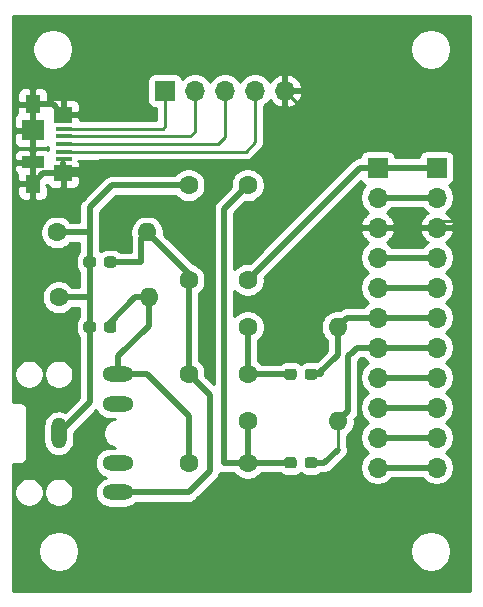
<source format=gtl>
%TF.GenerationSoftware,KiCad,Pcbnew,(5.1.10)-1*%
%TF.CreationDate,2023-06-21T21:16:52+09:00*%
%TF.ProjectId,pokecom_cas_if,706f6b65-636f-46d5-9f63-61735f69662e,rev?*%
%TF.SameCoordinates,Original*%
%TF.FileFunction,Copper,L1,Top*%
%TF.FilePolarity,Positive*%
%FSLAX46Y46*%
G04 Gerber Fmt 4.6, Leading zero omitted, Abs format (unit mm)*
G04 Created by KiCad (PCBNEW (5.1.10)-1) date 2023-06-21 21:16:52*
%MOMM*%
%LPD*%
G01*
G04 APERTURE LIST*
%TA.AperFunction,ComponentPad*%
%ADD10O,1.600000X1.600000*%
%TD*%
%TA.AperFunction,ComponentPad*%
%ADD11C,1.600000*%
%TD*%
%TA.AperFunction,SMDPad,CuDef*%
%ADD12R,1.900000X1.000000*%
%TD*%
%TA.AperFunction,SMDPad,CuDef*%
%ADD13R,1.900000X1.800000*%
%TD*%
%TA.AperFunction,SMDPad,CuDef*%
%ADD14R,1.300000X1.650000*%
%TD*%
%TA.AperFunction,SMDPad,CuDef*%
%ADD15R,1.550000X1.425000*%
%TD*%
%TA.AperFunction,SMDPad,CuDef*%
%ADD16R,1.380000X0.450000*%
%TD*%
%TA.AperFunction,ComponentPad*%
%ADD17O,1.700000X1.700000*%
%TD*%
%TA.AperFunction,ComponentPad*%
%ADD18R,1.700000X1.700000*%
%TD*%
%TA.AperFunction,ComponentPad*%
%ADD19O,2.616000X1.308000*%
%TD*%
%TA.AperFunction,ComponentPad*%
%ADD20O,1.308000X2.616000*%
%TD*%
%TA.AperFunction,Conductor*%
%ADD21C,0.500000*%
%TD*%
%TA.AperFunction,Conductor*%
%ADD22C,0.250000*%
%TD*%
%TA.AperFunction,Conductor*%
%ADD23C,0.254000*%
%TD*%
%TA.AperFunction,Conductor*%
%ADD24C,0.100000*%
%TD*%
G04 APERTURE END LIST*
D10*
%TO.P,R8,2*%
%TO.N,Net-(C2-Pad1)*%
X-343000000Y541000000D03*
D11*
%TO.P,R8,1*%
%TO.N,/+5V*%
X-350620000Y541000000D03*
%TD*%
D10*
%TO.P,R7,2*%
%TO.N,Net-(C3-Pad1)*%
X-342880000Y535500000D03*
D11*
%TO.P,R7,1*%
%TO.N,/+5V*%
X-350500000Y535500000D03*
%TD*%
D10*
%TO.P,R6,2*%
%TO.N,/Xout*%
X-326880000Y525000000D03*
D11*
%TO.P,R6,1*%
%TO.N,Net-(C1-Pad2)*%
X-334500000Y525000000D03*
%TD*%
D10*
%TO.P,R5,2*%
%TO.N,/Xin*%
X-326880000Y533000000D03*
D11*
%TO.P,R5,1*%
%TO.N,Net-(C2-Pad2)*%
X-334500000Y533000000D03*
%TD*%
%TO.P,C4,2*%
%TO.N,/LS1*%
X-334500000Y537000000D03*
%TO.P,C4,1*%
%TO.N,Net-(C2-Pad1)*%
X-339500000Y537000000D03*
%TD*%
%TO.P,C3,2*%
%TO.N,Net-(C1-Pad2)*%
X-334500000Y521500000D03*
%TO.P,C3,1*%
%TO.N,Net-(C3-Pad1)*%
X-339500000Y521500000D03*
%TD*%
%TO.P,C2,2*%
%TO.N,Net-(C2-Pad2)*%
X-334500000Y529000000D03*
%TO.P,C2,1*%
%TO.N,Net-(C2-Pad1)*%
X-339500000Y529000000D03*
%TD*%
%TO.P,C1,2*%
%TO.N,Net-(C1-Pad2)*%
X-334500000Y545000000D03*
%TO.P,C1,1*%
%TO.N,/+5V*%
X-339500000Y545000000D03*
%TD*%
D12*
%TO.P,J5,6*%
%TO.N,/VGG*%
X-352700000Y546950000D03*
D13*
X-352700000Y549650000D03*
D14*
X-352700000Y545125000D03*
X-352700000Y551875000D03*
D15*
X-350125000Y546012500D03*
X-350125000Y550987500D03*
D16*
%TO.P,J5,5*%
X-350040000Y547200000D03*
%TO.P,J5,4*%
%TO.N,Net-(J3-Pad4)*%
X-350040000Y547850000D03*
%TO.P,J5,3*%
%TO.N,Net-(J3-Pad3)*%
X-350040000Y548500000D03*
%TO.P,J5,2*%
%TO.N,Net-(J3-Pad2)*%
X-350040000Y549150000D03*
%TO.P,J5,1*%
%TO.N,/+5V*%
X-350040000Y549800000D03*
%TD*%
D17*
%TO.P,J1,11*%
%TO.N,/IB5*%
X-318500000Y521100000D03*
%TO.P,J1,10*%
%TO.N,/IB6*%
X-318500000Y523640000D03*
%TO.P,J1,9*%
%TO.N,/IB7*%
X-318500000Y526180000D03*
%TO.P,J1,8*%
%TO.N,/IB8*%
X-318500000Y528720000D03*
%TO.P,J1,7*%
%TO.N,/Xout*%
X-318500000Y531260000D03*
%TO.P,J1,6*%
%TO.N,/Xin*%
X-318500000Y533800000D03*
%TO.P,J1,5*%
%TO.N,/FO2*%
X-318500000Y536340000D03*
%TO.P,J1,4*%
%TO.N,/FO1*%
X-318500000Y538880000D03*
%TO.P,J1,3*%
%TO.N,/VGG*%
X-318500000Y541420000D03*
%TO.P,J1,2*%
%TO.N,/+5V*%
X-318500000Y543960000D03*
D18*
%TO.P,J1,1*%
%TO.N,/LS1*%
X-318500000Y546500000D03*
%TD*%
D17*
%TO.P,J2,11*%
%TO.N,/IB5*%
X-323500000Y521100000D03*
%TO.P,J2,10*%
%TO.N,/IB6*%
X-323500000Y523640000D03*
%TO.P,J2,9*%
%TO.N,/IB7*%
X-323500000Y526180000D03*
%TO.P,J2,8*%
%TO.N,/IB8*%
X-323500000Y528720000D03*
%TO.P,J2,7*%
%TO.N,/Xout*%
X-323500000Y531260000D03*
%TO.P,J2,6*%
%TO.N,/Xin*%
X-323500000Y533800000D03*
%TO.P,J2,5*%
%TO.N,/FO2*%
X-323500000Y536340000D03*
%TO.P,J2,4*%
%TO.N,/FO1*%
X-323500000Y538880000D03*
%TO.P,J2,3*%
%TO.N,/VGG*%
X-323500000Y541420000D03*
%TO.P,J2,2*%
%TO.N,/+5V*%
X-323500000Y543960000D03*
D18*
%TO.P,J2,1*%
%TO.N,/LS1*%
X-323500000Y546500000D03*
%TD*%
D17*
%TO.P,J3,5*%
%TO.N,/VGG*%
X-331340000Y553000000D03*
%TO.P,J3,4*%
%TO.N,Net-(J3-Pad4)*%
X-333880000Y553000000D03*
%TO.P,J3,3*%
%TO.N,Net-(J3-Pad3)*%
X-336420000Y553000000D03*
%TO.P,J3,2*%
%TO.N,Net-(J3-Pad2)*%
X-338960000Y553000000D03*
D18*
%TO.P,J3,1*%
%TO.N,/+5V*%
X-341500000Y553000000D03*
%TD*%
D19*
%TO.P,J4,3*%
%TO.N,Net-(C3-Pad1)*%
X-345500000Y529000000D03*
%TO.P,J4,11*%
%TO.N,Net-(J4-Pad11)*%
X-345500000Y526500000D03*
%TO.P,J4,10*%
%TO.N,Net-(J4-Pad10)*%
X-345500000Y521500000D03*
%TO.P,J4,2*%
%TO.N,Net-(C2-Pad1)*%
X-345500000Y519000000D03*
D20*
%TO.P,J4,1*%
%TO.N,/+5V*%
X-350500000Y524000000D03*
%TD*%
%TO.P,R1,2*%
%TO.N,/Xin*%
%TA.AperFunction,SMDPad,CuDef*%
G36*
G01*
X-329650000Y528762500D02*
X-329650000Y529237500D01*
G75*
G02*
X-329412500Y529475000I237500J0D01*
G01*
X-328837500Y529475000D01*
G75*
G02*
X-328600000Y529237500I0J-237500D01*
G01*
X-328600000Y528762500D01*
G75*
G02*
X-328837500Y528525000I-237500J0D01*
G01*
X-329412500Y528525000D01*
G75*
G02*
X-329650000Y528762500I0J237500D01*
G01*
G37*
%TD.AperFunction*%
%TO.P,R1,1*%
%TO.N,Net-(C2-Pad2)*%
%TA.AperFunction,SMDPad,CuDef*%
G36*
G01*
X-331400000Y528762500D02*
X-331400000Y529237500D01*
G75*
G02*
X-331162500Y529475000I237500J0D01*
G01*
X-330587500Y529475000D01*
G75*
G02*
X-330350000Y529237500I0J-237500D01*
G01*
X-330350000Y528762500D01*
G75*
G02*
X-330587500Y528525000I-237500J0D01*
G01*
X-331162500Y528525000D01*
G75*
G02*
X-331400000Y528762500I0J237500D01*
G01*
G37*
%TD.AperFunction*%
%TD*%
%TO.P,R2,1*%
%TO.N,Net-(C1-Pad2)*%
%TA.AperFunction,SMDPad,CuDef*%
G36*
G01*
X-331400000Y521262500D02*
X-331400000Y521737500D01*
G75*
G02*
X-331162500Y521975000I237500J0D01*
G01*
X-330587500Y521975000D01*
G75*
G02*
X-330350000Y521737500I0J-237500D01*
G01*
X-330350000Y521262500D01*
G75*
G02*
X-330587500Y521025000I-237500J0D01*
G01*
X-331162500Y521025000D01*
G75*
G02*
X-331400000Y521262500I0J237500D01*
G01*
G37*
%TD.AperFunction*%
%TO.P,R2,2*%
%TO.N,/Xout*%
%TA.AperFunction,SMDPad,CuDef*%
G36*
G01*
X-329650000Y521262500D02*
X-329650000Y521737500D01*
G75*
G02*
X-329412500Y521975000I237500J0D01*
G01*
X-328837500Y521975000D01*
G75*
G02*
X-328600000Y521737500I0J-237500D01*
G01*
X-328600000Y521262500D01*
G75*
G02*
X-328837500Y521025000I-237500J0D01*
G01*
X-329412500Y521025000D01*
G75*
G02*
X-329650000Y521262500I0J237500D01*
G01*
G37*
%TD.AperFunction*%
%TD*%
%TO.P,R3,2*%
%TO.N,/+5V*%
%TA.AperFunction,SMDPad,CuDef*%
G36*
G01*
X-347350000Y533237500D02*
X-347350000Y532762500D01*
G75*
G02*
X-347587500Y532525000I-237500J0D01*
G01*
X-348162500Y532525000D01*
G75*
G02*
X-348400000Y532762500I0J237500D01*
G01*
X-348400000Y533237500D01*
G75*
G02*
X-348162500Y533475000I237500J0D01*
G01*
X-347587500Y533475000D01*
G75*
G02*
X-347350000Y533237500I0J-237500D01*
G01*
G37*
%TD.AperFunction*%
%TO.P,R3,1*%
%TO.N,Net-(C3-Pad1)*%
%TA.AperFunction,SMDPad,CuDef*%
G36*
G01*
X-345600000Y533237500D02*
X-345600000Y532762500D01*
G75*
G02*
X-345837500Y532525000I-237500J0D01*
G01*
X-346412500Y532525000D01*
G75*
G02*
X-346650000Y532762500I0J237500D01*
G01*
X-346650000Y533237500D01*
G75*
G02*
X-346412500Y533475000I237500J0D01*
G01*
X-345837500Y533475000D01*
G75*
G02*
X-345600000Y533237500I0J-237500D01*
G01*
G37*
%TD.AperFunction*%
%TD*%
%TO.P,R4,1*%
%TO.N,Net-(C2-Pad1)*%
%TA.AperFunction,SMDPad,CuDef*%
G36*
G01*
X-345600000Y538737500D02*
X-345600000Y538262500D01*
G75*
G02*
X-345837500Y538025000I-237500J0D01*
G01*
X-346412500Y538025000D01*
G75*
G02*
X-346650000Y538262500I0J237500D01*
G01*
X-346650000Y538737500D01*
G75*
G02*
X-346412500Y538975000I237500J0D01*
G01*
X-345837500Y538975000D01*
G75*
G02*
X-345600000Y538737500I0J-237500D01*
G01*
G37*
%TD.AperFunction*%
%TO.P,R4,2*%
%TO.N,/+5V*%
%TA.AperFunction,SMDPad,CuDef*%
G36*
G01*
X-347350000Y538737500D02*
X-347350000Y538262500D01*
G75*
G02*
X-347587500Y538025000I-237500J0D01*
G01*
X-348162500Y538025000D01*
G75*
G02*
X-348400000Y538262500I0J237500D01*
G01*
X-348400000Y538737500D01*
G75*
G02*
X-348162500Y538975000I237500J0D01*
G01*
X-347587500Y538975000D01*
G75*
G02*
X-347350000Y538737500I0J-237500D01*
G01*
G37*
%TD.AperFunction*%
%TD*%
D21*
%TO.N,Net-(C1-Pad2)*%
X-334500000Y521500000D02*
X-330875000Y521500000D01*
X-334500000Y521500000D02*
X-336500000Y521500000D01*
X-336500000Y543000000D02*
X-334500000Y545000000D01*
X-336500000Y521500000D02*
X-336500000Y543000000D01*
X-334500000Y525000000D02*
X-334500000Y521500000D01*
%TO.N,Net-(C2-Pad1)*%
X-337700010Y527200010D02*
X-337700010Y520799990D01*
X-339500000Y529000000D02*
X-337700010Y527200010D01*
X-339500000Y519000000D02*
X-345500000Y519000000D01*
X-337700010Y520799990D02*
X-339500000Y519000000D01*
X-339500000Y537000000D02*
X-339500000Y529000000D01*
X-339500000Y537500000D02*
X-339500000Y537000000D01*
X-343000000Y541000000D02*
X-339500000Y537500000D01*
X-346125000Y538500000D02*
X-343500000Y538500000D01*
X-343500000Y540500000D02*
X-343000000Y541000000D01*
X-343500000Y538500000D02*
X-343500000Y540500000D01*
%TO.N,Net-(C2-Pad2)*%
X-334500000Y529000000D02*
X-330875000Y529000000D01*
X-334500000Y529000000D02*
X-334500000Y533000000D01*
%TO.N,Net-(C3-Pad1)*%
X-339500000Y521500000D02*
X-339500000Y525500000D01*
X-343000000Y529000000D02*
X-345500000Y529000000D01*
X-339500000Y525500000D02*
X-343000000Y529000000D01*
X-345500000Y529000000D02*
X-345500000Y530500000D01*
X-342880000Y533120000D02*
X-342880000Y535500000D01*
X-345500000Y530500000D02*
X-342880000Y533120000D01*
X-346125000Y533000000D02*
X-346125000Y533375000D01*
X-344000000Y535500000D02*
X-342880000Y535500000D01*
X-346125000Y533375000D02*
X-344000000Y535500000D01*
D22*
%TO.N,Net-(J3-Pad2)*%
X-350037500Y549150000D02*
X-339350000Y549150000D01*
X-338960000Y549540000D02*
X-338960000Y553000000D01*
X-339350000Y549150000D02*
X-338960000Y549540000D01*
%TO.N,Net-(J3-Pad3)*%
X-336420000Y549080000D02*
X-336420000Y553000000D01*
X-337000000Y548500000D02*
X-336420000Y549080000D01*
X-350037500Y548500000D02*
X-337000000Y548500000D01*
%TO.N,Net-(J3-Pad4)*%
X-350037500Y547850000D02*
X-334650000Y547850000D01*
X-333880000Y548620000D02*
X-333880000Y553000000D01*
X-334650000Y547850000D02*
X-333880000Y548620000D01*
%TO.N,/+5V*%
X-350037500Y549800000D02*
X-341700000Y549800000D01*
X-341500000Y550000000D02*
X-341500000Y553000000D01*
X-341700000Y549800000D02*
X-341500000Y550000000D01*
D21*
X-339500000Y545000000D02*
X-346000000Y545000000D01*
X-347875000Y543125000D02*
X-347875000Y541000000D01*
X-346000000Y545000000D02*
X-347875000Y543125000D01*
X-347875000Y541000000D02*
X-347875000Y535500000D01*
X-318500000Y543960000D02*
X-323500000Y543960000D01*
X-350620000Y541000000D02*
X-347875000Y541000000D01*
X-350500000Y535500000D02*
X-347875000Y535500000D01*
X-349000000Y525500000D02*
X-350500000Y524000000D01*
X-347875000Y535500000D02*
X-347875000Y533000000D01*
X-347875000Y526625000D02*
X-350500000Y524000000D01*
X-347875000Y533000000D02*
X-347875000Y526625000D01*
%TO.N,/LS1*%
X-318500000Y546500000D02*
X-323500000Y546500000D01*
X-325000000Y546500000D02*
X-334500000Y537000000D01*
X-323500000Y546500000D02*
X-325000000Y546500000D01*
%TO.N,/IB5*%
X-323500000Y521100000D02*
X-318500000Y521100000D01*
%TO.N,/IB6*%
X-323500000Y523640000D02*
X-318500000Y523640000D01*
%TO.N,/IB7*%
X-318500000Y526180000D02*
X-323500000Y526180000D01*
%TO.N,/IB8*%
X-323500000Y528720000D02*
X-318500000Y528720000D01*
%TO.N,/Xout*%
X-323500000Y531260000D02*
X-324740000Y531260000D01*
X-323500000Y531260000D02*
X-318500000Y531260000D01*
D22*
X-324740000Y531260000D02*
X-325240000Y531260000D01*
X-326880000Y525000000D02*
X-326880000Y522620000D01*
D21*
X-325240000Y531260000D02*
X-325750000Y530750000D01*
X-323500000Y531260000D02*
X-325240000Y531260000D01*
D22*
X-325750000Y530750000D02*
X-326000000Y530500000D01*
D21*
X-326000000Y525880000D02*
X-326880000Y525000000D01*
X-326000000Y530500000D02*
X-326000000Y525880000D01*
X-326000000Y530500000D02*
X-325240000Y531260000D01*
X-328000000Y521500000D02*
X-329125000Y521500000D01*
X-326880000Y522620000D02*
X-328000000Y521500000D01*
%TO.N,/Xin*%
X-323500000Y533800000D02*
X-318500000Y533800000D01*
X-326080000Y533800000D02*
X-326880000Y533000000D01*
X-323500000Y533800000D02*
X-326080000Y533800000D01*
X-326880000Y533000000D02*
X-326880000Y530620000D01*
X-326880000Y530620000D02*
X-328500000Y529000000D01*
X-328500000Y529000000D02*
X-328300000Y529000000D01*
X-329125000Y529000000D02*
X-328500000Y529000000D01*
%TO.N,/FO2*%
X-323500000Y536340000D02*
X-318500000Y536340000D01*
%TO.N,/FO1*%
X-323500000Y538880000D02*
X-318500000Y538880000D01*
%TO.N,/VGG*%
X-317920000Y541420000D02*
X-318500000Y541420000D01*
D22*
X-352737500Y551400000D02*
X-352737500Y549500000D01*
X-352737500Y547500000D02*
X-352737500Y545000000D01*
D21*
X-352700000Y551875000D02*
X-352700000Y545125000D01*
X-351012500Y551875000D02*
X-350125000Y550987500D01*
X-352700000Y551875000D02*
X-351012500Y551875000D01*
X-351812500Y546012500D02*
X-352700000Y545125000D01*
X-350125000Y546012500D02*
X-351812500Y546012500D01*
X-350125000Y546012500D02*
X-350125000Y546875000D01*
X-349887499Y546250001D02*
X-347749999Y546250001D01*
X-350125000Y546012500D02*
X-349887499Y546250001D01*
X-347749999Y546250001D02*
X-347000000Y547000000D01*
X-347000000Y547000000D02*
X-332500000Y547000000D01*
X-331340000Y548160000D02*
X-331340000Y553000000D01*
X-332500000Y547000000D02*
X-331340000Y548160000D01*
D22*
X-323500000Y541420000D02*
X-319580000Y541420000D01*
D21*
X-319580000Y541420000D02*
X-317920000Y541420000D01*
D22*
X-330340000Y552000000D02*
X-331340000Y553000000D01*
X-316500000Y542500000D02*
X-316500000Y550000000D01*
X-317000000Y542000000D02*
X-316500000Y542500000D01*
X-318720998Y542000000D02*
X-317000000Y542000000D01*
X-319300998Y541420000D02*
X-318720998Y542000000D01*
X-318500000Y552000000D02*
X-330340000Y552000000D01*
X-316500000Y550000000D02*
X-318500000Y552000000D01*
X-323500000Y541420000D02*
X-319300998Y541420000D01*
%TD*%
D23*
%TO.N,/VGG*%
X-315642499Y510642500D02*
X-354357500Y510642500D01*
X-354357500Y514170883D01*
X-352235000Y514170883D01*
X-352235000Y513829117D01*
X-352168325Y513493919D01*
X-352037537Y513178169D01*
X-351847663Y512894002D01*
X-351605998Y512652337D01*
X-351321831Y512462463D01*
X-351006081Y512331675D01*
X-350670883Y512265000D01*
X-350329117Y512265000D01*
X-349993919Y512331675D01*
X-349678169Y512462463D01*
X-349394002Y512652337D01*
X-349152337Y512894002D01*
X-348962463Y513178169D01*
X-348831675Y513493919D01*
X-348765000Y513829117D01*
X-348765000Y514170883D01*
X-320735000Y514170883D01*
X-320735000Y513829117D01*
X-320668325Y513493919D01*
X-320537537Y513178169D01*
X-320347663Y512894002D01*
X-320105998Y512652337D01*
X-319821831Y512462463D01*
X-319506081Y512331675D01*
X-319170883Y512265000D01*
X-318829117Y512265000D01*
X-318493919Y512331675D01*
X-318178169Y512462463D01*
X-317894002Y512652337D01*
X-317652337Y512894002D01*
X-317462463Y513178169D01*
X-317331675Y513493919D01*
X-317265000Y513829117D01*
X-317265000Y514170883D01*
X-317331675Y514506081D01*
X-317462463Y514821831D01*
X-317652337Y515105998D01*
X-317894002Y515347663D01*
X-318178169Y515537537D01*
X-318493919Y515668325D01*
X-318829117Y515735000D01*
X-319170883Y515735000D01*
X-319506081Y515668325D01*
X-319821831Y515537537D01*
X-320105998Y515347663D01*
X-320347663Y515105998D01*
X-320537537Y514821831D01*
X-320668325Y514506081D01*
X-320735000Y514170883D01*
X-348765000Y514170883D01*
X-348831675Y514506081D01*
X-348962463Y514821831D01*
X-349152337Y515105998D01*
X-349394002Y515347663D01*
X-349678169Y515537537D01*
X-349993919Y515668325D01*
X-350329117Y515735000D01*
X-350670883Y515735000D01*
X-351006081Y515668325D01*
X-351321831Y515537537D01*
X-351605998Y515347663D01*
X-351847663Y515105998D01*
X-352037537Y514821831D01*
X-352168325Y514506081D01*
X-352235000Y514170883D01*
X-354357500Y514170883D01*
X-354357500Y518031557D01*
X-354360000Y518056940D01*
X-354360000Y519121637D01*
X-354235000Y519121637D01*
X-354235000Y518878363D01*
X-354187540Y518639764D01*
X-354094443Y518415008D01*
X-353959287Y518212733D01*
X-353787267Y518040713D01*
X-353584992Y517905557D01*
X-353360236Y517812460D01*
X-353121637Y517765000D01*
X-352878363Y517765000D01*
X-352639764Y517812460D01*
X-352415008Y517905557D01*
X-352212733Y518040713D01*
X-352040713Y518212733D01*
X-351905557Y518415008D01*
X-351812460Y518639764D01*
X-351765000Y518878363D01*
X-351765000Y519121637D01*
X-351735000Y519121637D01*
X-351735000Y518878363D01*
X-351687540Y518639764D01*
X-351594443Y518415008D01*
X-351459287Y518212733D01*
X-351287267Y518040713D01*
X-351084992Y517905557D01*
X-350860236Y517812460D01*
X-350621637Y517765000D01*
X-350378363Y517765000D01*
X-350139764Y517812460D01*
X-349915008Y517905557D01*
X-349712733Y518040713D01*
X-349540713Y518212733D01*
X-349405557Y518415008D01*
X-349312460Y518639764D01*
X-349265000Y518878363D01*
X-349265000Y519121637D01*
X-349312460Y519360236D01*
X-349405557Y519584992D01*
X-349540713Y519787267D01*
X-349712733Y519959287D01*
X-349915008Y520094443D01*
X-350139764Y520187540D01*
X-350378363Y520235000D01*
X-350621637Y520235000D01*
X-350860236Y520187540D01*
X-351084992Y520094443D01*
X-351287267Y519959287D01*
X-351459287Y519787267D01*
X-351594443Y519584992D01*
X-351687540Y519360236D01*
X-351735000Y519121637D01*
X-351765000Y519121637D01*
X-351812460Y519360236D01*
X-351905557Y519584992D01*
X-352040713Y519787267D01*
X-352212733Y519959287D01*
X-352415008Y520094443D01*
X-352639764Y520187540D01*
X-352878363Y520235000D01*
X-353121637Y520235000D01*
X-353360236Y520187540D01*
X-353584992Y520094443D01*
X-353787267Y519959287D01*
X-353959287Y519787267D01*
X-354094443Y519584992D01*
X-354187540Y519360236D01*
X-354235000Y519121637D01*
X-354360000Y519121637D01*
X-354360000Y521360000D01*
X-353831434Y521360000D01*
X-353800000Y521356904D01*
X-353768566Y521360000D01*
X-353674538Y521369261D01*
X-353553898Y521405857D01*
X-353442715Y521465285D01*
X-353345262Y521545262D01*
X-353265285Y521642715D01*
X-353205857Y521753898D01*
X-353169261Y521874538D01*
X-353156904Y522000000D01*
X-353160000Y522031434D01*
X-353160000Y525968566D01*
X-353156904Y526000000D01*
X-353169261Y526125462D01*
X-353205857Y526246102D01*
X-353265285Y526357285D01*
X-353345262Y526454738D01*
X-353442715Y526534715D01*
X-353553898Y526594143D01*
X-353674538Y526630739D01*
X-353768566Y526640000D01*
X-353800000Y526643096D01*
X-353831434Y526640000D01*
X-354360000Y526640000D01*
X-354360000Y529121637D01*
X-354235000Y529121637D01*
X-354235000Y528878363D01*
X-354187540Y528639764D01*
X-354094443Y528415008D01*
X-353959287Y528212733D01*
X-353787267Y528040713D01*
X-353584992Y527905557D01*
X-353360236Y527812460D01*
X-353121637Y527765000D01*
X-352878363Y527765000D01*
X-352639764Y527812460D01*
X-352415008Y527905557D01*
X-352212733Y528040713D01*
X-352040713Y528212733D01*
X-351905557Y528415008D01*
X-351812460Y528639764D01*
X-351765000Y528878363D01*
X-351765000Y529121637D01*
X-351735000Y529121637D01*
X-351735000Y528878363D01*
X-351687540Y528639764D01*
X-351594443Y528415008D01*
X-351459287Y528212733D01*
X-351287267Y528040713D01*
X-351084992Y527905557D01*
X-350860236Y527812460D01*
X-350621637Y527765000D01*
X-350378363Y527765000D01*
X-350139764Y527812460D01*
X-349915008Y527905557D01*
X-349712733Y528040713D01*
X-349540713Y528212733D01*
X-349405557Y528415008D01*
X-349312460Y528639764D01*
X-349265000Y528878363D01*
X-349265000Y529121637D01*
X-349312460Y529360236D01*
X-349405557Y529584992D01*
X-349540713Y529787267D01*
X-349712733Y529959287D01*
X-349915008Y530094443D01*
X-350139764Y530187540D01*
X-350378363Y530235000D01*
X-350621637Y530235000D01*
X-350860236Y530187540D01*
X-351084992Y530094443D01*
X-351287267Y529959287D01*
X-351459287Y529787267D01*
X-351594443Y529584992D01*
X-351687540Y529360236D01*
X-351735000Y529121637D01*
X-351765000Y529121637D01*
X-351812460Y529360236D01*
X-351905557Y529584992D01*
X-352040713Y529787267D01*
X-352212733Y529959287D01*
X-352415008Y530094443D01*
X-352639764Y530187540D01*
X-352878363Y530235000D01*
X-353121637Y530235000D01*
X-353360236Y530187540D01*
X-353584992Y530094443D01*
X-353787267Y529959287D01*
X-353959287Y529787267D01*
X-354094443Y529584992D01*
X-354187540Y529360236D01*
X-354235000Y529121637D01*
X-354360000Y529121637D01*
X-354360000Y529943060D01*
X-354357500Y529968443D01*
X-354357500Y541141335D01*
X-352055000Y541141335D01*
X-352055000Y540858665D01*
X-351999853Y540581426D01*
X-351891680Y540320273D01*
X-351734637Y540085241D01*
X-351534759Y539885363D01*
X-351299727Y539728320D01*
X-351038574Y539620147D01*
X-350761335Y539565000D01*
X-350478665Y539565000D01*
X-350201426Y539620147D01*
X-349940273Y539728320D01*
X-349705241Y539885363D01*
X-349505363Y540085241D01*
X-349485479Y540115000D01*
X-348760000Y540115000D01*
X-348760000Y539374369D01*
X-348781623Y539356623D01*
X-348890512Y539223942D01*
X-348971423Y539072567D01*
X-349021248Y538908316D01*
X-349038072Y538737500D01*
X-349038072Y538262500D01*
X-349021248Y538091684D01*
X-348971423Y537927433D01*
X-348890512Y537776058D01*
X-348781623Y537643377D01*
X-348759999Y537625631D01*
X-348759999Y536385000D01*
X-349365479Y536385000D01*
X-349385363Y536414759D01*
X-349585241Y536614637D01*
X-349820273Y536771680D01*
X-350081426Y536879853D01*
X-350358665Y536935000D01*
X-350641335Y536935000D01*
X-350918574Y536879853D01*
X-351179727Y536771680D01*
X-351414759Y536614637D01*
X-351614637Y536414759D01*
X-351771680Y536179727D01*
X-351879853Y535918574D01*
X-351935000Y535641335D01*
X-351935000Y535358665D01*
X-351879853Y535081426D01*
X-351771680Y534820273D01*
X-351614637Y534585241D01*
X-351414759Y534385363D01*
X-351179727Y534228320D01*
X-350918574Y534120147D01*
X-350641335Y534065000D01*
X-350358665Y534065000D01*
X-350081426Y534120147D01*
X-349820273Y534228320D01*
X-349585241Y534385363D01*
X-349385363Y534585241D01*
X-349365479Y534615000D01*
X-348760000Y534615000D01*
X-348759999Y533874369D01*
X-348781623Y533856623D01*
X-348890512Y533723942D01*
X-348971423Y533572567D01*
X-349021248Y533408316D01*
X-349038072Y533237500D01*
X-349038072Y532762500D01*
X-349021248Y532591684D01*
X-348971423Y532427433D01*
X-348890512Y532276058D01*
X-348781623Y532143377D01*
X-348760000Y532125631D01*
X-348759999Y526991580D01*
X-349595047Y526156532D01*
X-349936953Y525814625D01*
X-350004336Y525850642D01*
X-350247313Y525924348D01*
X-350500000Y525949236D01*
X-350752688Y525924348D01*
X-350995665Y525850642D01*
X-351219595Y525730949D01*
X-351415870Y525569870D01*
X-351576949Y525373594D01*
X-351696642Y525149664D01*
X-351770348Y524906687D01*
X-351789000Y524717313D01*
X-351789000Y523282686D01*
X-351770348Y523093312D01*
X-351696642Y522850335D01*
X-351576948Y522626405D01*
X-351415869Y522430130D01*
X-351219594Y522269051D01*
X-350995664Y522149358D01*
X-350752687Y522075652D01*
X-350500000Y522050764D01*
X-350247312Y522075652D01*
X-350004335Y522149358D01*
X-349780405Y522269051D01*
X-349584130Y522430130D01*
X-349423051Y522626405D01*
X-349303358Y522850335D01*
X-349229652Y523093312D01*
X-349211000Y523282686D01*
X-349211000Y524037422D01*
X-348343468Y524904953D01*
X-347313526Y525934895D01*
X-347230949Y525780405D01*
X-347069870Y525584130D01*
X-346873595Y525423051D01*
X-346649665Y525303358D01*
X-346406688Y525229652D01*
X-346217314Y525211000D01*
X-345742294Y525211000D01*
X-345860236Y525187540D01*
X-346084992Y525094443D01*
X-346287267Y524959287D01*
X-346459287Y524787267D01*
X-346594443Y524584992D01*
X-346687540Y524360236D01*
X-346735000Y524121637D01*
X-346735000Y523878363D01*
X-346687540Y523639764D01*
X-346594443Y523415008D01*
X-346459287Y523212733D01*
X-346287267Y523040713D01*
X-346084992Y522905557D01*
X-345860236Y522812460D01*
X-345742294Y522789000D01*
X-346217314Y522789000D01*
X-346406688Y522770348D01*
X-346649665Y522696642D01*
X-346873595Y522576949D01*
X-347069870Y522415870D01*
X-347230949Y522219595D01*
X-347350642Y521995665D01*
X-347424348Y521752688D01*
X-347449236Y521500000D01*
X-347424348Y521247312D01*
X-347350642Y521004335D01*
X-347230949Y520780405D01*
X-347069870Y520584130D01*
X-346873595Y520423051D01*
X-346649665Y520303358D01*
X-346473767Y520250000D01*
X-346649665Y520196642D01*
X-346873595Y520076949D01*
X-347069870Y519915870D01*
X-347230949Y519719595D01*
X-347350642Y519495665D01*
X-347424348Y519252688D01*
X-347449236Y519000000D01*
X-347424348Y518747312D01*
X-347350642Y518504335D01*
X-347230949Y518280405D01*
X-347069870Y518084130D01*
X-346873595Y517923051D01*
X-346649665Y517803358D01*
X-346406688Y517729652D01*
X-346217314Y517711000D01*
X-344782686Y517711000D01*
X-344593312Y517729652D01*
X-344350335Y517803358D01*
X-344126405Y517923051D01*
X-343930130Y518084130D01*
X-343904796Y518115000D01*
X-339543469Y518115000D01*
X-339500000Y518110719D01*
X-339456531Y518115000D01*
X-339456523Y518115000D01*
X-339326510Y518127805D01*
X-339159687Y518178411D01*
X-339005941Y518260589D01*
X-338871183Y518371183D01*
X-338843466Y518404956D01*
X-337104961Y520143460D01*
X-337071193Y520171173D01*
X-337038507Y520211000D01*
X-336960600Y520305930D01*
X-336931384Y520360589D01*
X-336878421Y520459677D01*
X-336827815Y520626500D01*
X-336823213Y520673224D01*
X-336673490Y520627805D01*
X-336500000Y520610718D01*
X-336456524Y520615000D01*
X-335634521Y520615000D01*
X-335614637Y520585241D01*
X-335414759Y520385363D01*
X-335179727Y520228320D01*
X-334918574Y520120147D01*
X-334641335Y520065000D01*
X-334358665Y520065000D01*
X-334081426Y520120147D01*
X-333820273Y520228320D01*
X-333585241Y520385363D01*
X-333385363Y520585241D01*
X-333365479Y520615000D01*
X-331747046Y520615000D01*
X-331648942Y520534488D01*
X-331497567Y520453577D01*
X-331333316Y520403752D01*
X-331162500Y520386928D01*
X-330587500Y520386928D01*
X-330416684Y520403752D01*
X-330252433Y520453577D01*
X-330101058Y520534488D01*
X-330000000Y520617425D01*
X-329898942Y520534488D01*
X-329747567Y520453577D01*
X-329583316Y520403752D01*
X-329412500Y520386928D01*
X-328837500Y520386928D01*
X-328666684Y520403752D01*
X-328502433Y520453577D01*
X-328351058Y520534488D01*
X-328252954Y520615000D01*
X-328043469Y520615000D01*
X-328000000Y520610719D01*
X-327956531Y520615000D01*
X-327956523Y520615000D01*
X-327826510Y520627805D01*
X-327659687Y520678411D01*
X-327505941Y520760589D01*
X-327371183Y520871183D01*
X-327343466Y520904956D01*
X-326223468Y522024953D01*
X-326140590Y522125940D01*
X-326058412Y522279686D01*
X-326007806Y522446509D01*
X-325990719Y522619999D01*
X-326007806Y522793489D01*
X-326058412Y522960313D01*
X-326120000Y523075537D01*
X-326120000Y523781957D01*
X-325965241Y523885363D01*
X-325765363Y524085241D01*
X-325608320Y524320273D01*
X-325500147Y524581426D01*
X-325445000Y524858665D01*
X-325445000Y525141335D01*
X-325451983Y525176439D01*
X-325404951Y525223470D01*
X-325371183Y525251183D01*
X-325328363Y525303358D01*
X-325260589Y525385941D01*
X-325249944Y525405857D01*
X-325178411Y525539687D01*
X-325135930Y525679727D01*
X-325127805Y525706509D01*
X-325123620Y525749003D01*
X-325115000Y525836523D01*
X-325115000Y525836531D01*
X-325110719Y525880000D01*
X-325115000Y525923469D01*
X-325115000Y530133422D01*
X-324873421Y530375000D01*
X-324694656Y530375000D01*
X-324653475Y530313368D01*
X-324446632Y530106525D01*
X-324272240Y529990000D01*
X-324446632Y529873475D01*
X-324653475Y529666632D01*
X-324815990Y529423411D01*
X-324927932Y529153158D01*
X-324985000Y528866260D01*
X-324985000Y528573740D01*
X-324927932Y528286842D01*
X-324815990Y528016589D01*
X-324653475Y527773368D01*
X-324446632Y527566525D01*
X-324272240Y527450000D01*
X-324446632Y527333475D01*
X-324653475Y527126632D01*
X-324815990Y526883411D01*
X-324927932Y526613158D01*
X-324985000Y526326260D01*
X-324985000Y526033740D01*
X-324927932Y525746842D01*
X-324815990Y525476589D01*
X-324653475Y525233368D01*
X-324446632Y525026525D01*
X-324272240Y524910000D01*
X-324446632Y524793475D01*
X-324653475Y524586632D01*
X-324815990Y524343411D01*
X-324927932Y524073158D01*
X-324985000Y523786260D01*
X-324985000Y523493740D01*
X-324927932Y523206842D01*
X-324815990Y522936589D01*
X-324653475Y522693368D01*
X-324446632Y522486525D01*
X-324272240Y522370000D01*
X-324446632Y522253475D01*
X-324653475Y522046632D01*
X-324815990Y521803411D01*
X-324927932Y521533158D01*
X-324985000Y521246260D01*
X-324985000Y520953740D01*
X-324927932Y520666842D01*
X-324815990Y520396589D01*
X-324653475Y520153368D01*
X-324446632Y519946525D01*
X-324203411Y519784010D01*
X-323933158Y519672068D01*
X-323646260Y519615000D01*
X-323353740Y519615000D01*
X-323066842Y519672068D01*
X-322796589Y519784010D01*
X-322553368Y519946525D01*
X-322346525Y520153368D01*
X-322305344Y520215000D01*
X-319694656Y520215000D01*
X-319653475Y520153368D01*
X-319446632Y519946525D01*
X-319203411Y519784010D01*
X-318933158Y519672068D01*
X-318646260Y519615000D01*
X-318353740Y519615000D01*
X-318066842Y519672068D01*
X-317796589Y519784010D01*
X-317553368Y519946525D01*
X-317346525Y520153368D01*
X-317184010Y520396589D01*
X-317072068Y520666842D01*
X-317015000Y520953740D01*
X-317015000Y521246260D01*
X-317072068Y521533158D01*
X-317184010Y521803411D01*
X-317346525Y522046632D01*
X-317553368Y522253475D01*
X-317727760Y522370000D01*
X-317553368Y522486525D01*
X-317346525Y522693368D01*
X-317184010Y522936589D01*
X-317072068Y523206842D01*
X-317015000Y523493740D01*
X-317015000Y523786260D01*
X-317072068Y524073158D01*
X-317184010Y524343411D01*
X-317346525Y524586632D01*
X-317553368Y524793475D01*
X-317727760Y524910000D01*
X-317553368Y525026525D01*
X-317346525Y525233368D01*
X-317184010Y525476589D01*
X-317072068Y525746842D01*
X-317015000Y526033740D01*
X-317015000Y526326260D01*
X-317072068Y526613158D01*
X-317184010Y526883411D01*
X-317346525Y527126632D01*
X-317553368Y527333475D01*
X-317727760Y527450000D01*
X-317553368Y527566525D01*
X-317346525Y527773368D01*
X-317184010Y528016589D01*
X-317072068Y528286842D01*
X-317015000Y528573740D01*
X-317015000Y528866260D01*
X-317072068Y529153158D01*
X-317184010Y529423411D01*
X-317346525Y529666632D01*
X-317553368Y529873475D01*
X-317727760Y529990000D01*
X-317553368Y530106525D01*
X-317346525Y530313368D01*
X-317184010Y530556589D01*
X-317072068Y530826842D01*
X-317015000Y531113740D01*
X-317015000Y531406260D01*
X-317072068Y531693158D01*
X-317184010Y531963411D01*
X-317346525Y532206632D01*
X-317553368Y532413475D01*
X-317727760Y532530000D01*
X-317553368Y532646525D01*
X-317346525Y532853368D01*
X-317184010Y533096589D01*
X-317072068Y533366842D01*
X-317015000Y533653740D01*
X-317015000Y533946260D01*
X-317072068Y534233158D01*
X-317184010Y534503411D01*
X-317346525Y534746632D01*
X-317553368Y534953475D01*
X-317727760Y535070000D01*
X-317553368Y535186525D01*
X-317346525Y535393368D01*
X-317184010Y535636589D01*
X-317072068Y535906842D01*
X-317015000Y536193740D01*
X-317015000Y536486260D01*
X-317072068Y536773158D01*
X-317184010Y537043411D01*
X-317346525Y537286632D01*
X-317553368Y537493475D01*
X-317727760Y537610000D01*
X-317553368Y537726525D01*
X-317346525Y537933368D01*
X-317184010Y538176589D01*
X-317072068Y538446842D01*
X-317015000Y538733740D01*
X-317015000Y539026260D01*
X-317072068Y539313158D01*
X-317184010Y539583411D01*
X-317346525Y539826632D01*
X-317553368Y540033475D01*
X-317735534Y540155195D01*
X-317618645Y540224822D01*
X-317402412Y540419731D01*
X-317228359Y540653080D01*
X-317103175Y540915901D01*
X-317058524Y541063110D01*
X-317179845Y541293000D01*
X-318373000Y541293000D01*
X-318373000Y541273000D01*
X-318627000Y541273000D01*
X-318627000Y541293000D01*
X-319820155Y541293000D01*
X-319941476Y541063110D01*
X-319896825Y540915901D01*
X-319771641Y540653080D01*
X-319597588Y540419731D01*
X-319381355Y540224822D01*
X-319264466Y540155195D01*
X-319446632Y540033475D01*
X-319653475Y539826632D01*
X-319694656Y539765000D01*
X-322305344Y539765000D01*
X-322346525Y539826632D01*
X-322553368Y540033475D01*
X-322735534Y540155195D01*
X-322618645Y540224822D01*
X-322402412Y540419731D01*
X-322228359Y540653080D01*
X-322103175Y540915901D01*
X-322058524Y541063110D01*
X-322179845Y541293000D01*
X-323373000Y541293000D01*
X-323373000Y541273000D01*
X-323627000Y541273000D01*
X-323627000Y541293000D01*
X-324820155Y541293000D01*
X-324941476Y541063110D01*
X-324896825Y540915901D01*
X-324771641Y540653080D01*
X-324597588Y540419731D01*
X-324381355Y540224822D01*
X-324264466Y540155195D01*
X-324446632Y540033475D01*
X-324653475Y539826632D01*
X-324815990Y539583411D01*
X-324927932Y539313158D01*
X-324985000Y539026260D01*
X-324985000Y538733740D01*
X-324927932Y538446842D01*
X-324815990Y538176589D01*
X-324653475Y537933368D01*
X-324446632Y537726525D01*
X-324272240Y537610000D01*
X-324446632Y537493475D01*
X-324653475Y537286632D01*
X-324815990Y537043411D01*
X-324927932Y536773158D01*
X-324985000Y536486260D01*
X-324985000Y536193740D01*
X-324927932Y535906842D01*
X-324815990Y535636589D01*
X-324653475Y535393368D01*
X-324446632Y535186525D01*
X-324272240Y535070000D01*
X-324446632Y534953475D01*
X-324653475Y534746632D01*
X-324694656Y534685000D01*
X-326036531Y534685000D01*
X-326080000Y534689281D01*
X-326123469Y534685000D01*
X-326123477Y534685000D01*
X-326253490Y534672195D01*
X-326420313Y534621589D01*
X-326440651Y534610718D01*
X-326574059Y534539411D01*
X-326675047Y534456532D01*
X-326675049Y534456530D01*
X-326708576Y534429015D01*
X-326738665Y534435000D01*
X-327021335Y534435000D01*
X-327298574Y534379853D01*
X-327559727Y534271680D01*
X-327794759Y534114637D01*
X-327994637Y533914759D01*
X-328151680Y533679727D01*
X-328259853Y533418574D01*
X-328315000Y533141335D01*
X-328315000Y532858665D01*
X-328259853Y532581426D01*
X-328151680Y532320273D01*
X-327994637Y532085241D01*
X-327794759Y531885363D01*
X-327765000Y531865478D01*
X-327764999Y530986580D01*
X-328657973Y530093605D01*
X-328666684Y530096248D01*
X-328837500Y530113072D01*
X-329412500Y530113072D01*
X-329583316Y530096248D01*
X-329747567Y530046423D01*
X-329898942Y529965512D01*
X-330000000Y529882575D01*
X-330101058Y529965512D01*
X-330252433Y530046423D01*
X-330416684Y530096248D01*
X-330587500Y530113072D01*
X-331162500Y530113072D01*
X-331333316Y530096248D01*
X-331497567Y530046423D01*
X-331648942Y529965512D01*
X-331747046Y529885000D01*
X-333365479Y529885000D01*
X-333385363Y529914759D01*
X-333585241Y530114637D01*
X-333615000Y530134521D01*
X-333615000Y531865479D01*
X-333585241Y531885363D01*
X-333385363Y532085241D01*
X-333228320Y532320273D01*
X-333120147Y532581426D01*
X-333065000Y532858665D01*
X-333065000Y533141335D01*
X-333120147Y533418574D01*
X-333228320Y533679727D01*
X-333385363Y533914759D01*
X-333585241Y534114637D01*
X-333820273Y534271680D01*
X-334081426Y534379853D01*
X-334358665Y534435000D01*
X-334641335Y534435000D01*
X-334918574Y534379853D01*
X-335179727Y534271680D01*
X-335414759Y534114637D01*
X-335614637Y533914759D01*
X-335615000Y533914216D01*
X-335615000Y536085784D01*
X-335614637Y536085241D01*
X-335414759Y535885363D01*
X-335179727Y535728320D01*
X-334918574Y535620147D01*
X-334641335Y535565000D01*
X-334358665Y535565000D01*
X-334081426Y535620147D01*
X-333820273Y535728320D01*
X-333585241Y535885363D01*
X-333385363Y536085241D01*
X-333228320Y536320273D01*
X-333120147Y536581426D01*
X-333065000Y536858665D01*
X-333065000Y537141335D01*
X-333071983Y537176439D01*
X-324905748Y545342673D01*
X-324880537Y545295506D01*
X-324801185Y545198815D01*
X-324704494Y545119463D01*
X-324594180Y545060498D01*
X-324521620Y545038487D01*
X-324653475Y544906632D01*
X-324815990Y544663411D01*
X-324927932Y544393158D01*
X-324985000Y544106260D01*
X-324985000Y543813740D01*
X-324927932Y543526842D01*
X-324815990Y543256589D01*
X-324653475Y543013368D01*
X-324446632Y542806525D01*
X-324264466Y542684805D01*
X-324381355Y542615178D01*
X-324597588Y542420269D01*
X-324771641Y542186920D01*
X-324896825Y541924099D01*
X-324941476Y541776890D01*
X-324820155Y541547000D01*
X-323627000Y541547000D01*
X-323627000Y541567000D01*
X-323373000Y541567000D01*
X-323373000Y541547000D01*
X-322179845Y541547000D01*
X-322058524Y541776890D01*
X-322103175Y541924099D01*
X-322228359Y542186920D01*
X-322402412Y542420269D01*
X-322618645Y542615178D01*
X-322735534Y542684805D01*
X-322553368Y542806525D01*
X-322346525Y543013368D01*
X-322305344Y543075000D01*
X-319694656Y543075000D01*
X-319653475Y543013368D01*
X-319446632Y542806525D01*
X-319264466Y542684805D01*
X-319381355Y542615178D01*
X-319597588Y542420269D01*
X-319771641Y542186920D01*
X-319896825Y541924099D01*
X-319941476Y541776890D01*
X-319820155Y541547000D01*
X-318627000Y541547000D01*
X-318627000Y541567000D01*
X-318373000Y541567000D01*
X-318373000Y541547000D01*
X-317179845Y541547000D01*
X-317058524Y541776890D01*
X-317103175Y541924099D01*
X-317228359Y542186920D01*
X-317402412Y542420269D01*
X-317618645Y542615178D01*
X-317735534Y542684805D01*
X-317553368Y542806525D01*
X-317346525Y543013368D01*
X-317184010Y543256589D01*
X-317072068Y543526842D01*
X-317015000Y543813740D01*
X-317015000Y544106260D01*
X-317072068Y544393158D01*
X-317184010Y544663411D01*
X-317346525Y544906632D01*
X-317478380Y545038487D01*
X-317405820Y545060498D01*
X-317295506Y545119463D01*
X-317198815Y545198815D01*
X-317119463Y545295506D01*
X-317060498Y545405820D01*
X-317024188Y545525518D01*
X-317011928Y545650000D01*
X-317011928Y547350000D01*
X-317024188Y547474482D01*
X-317060498Y547594180D01*
X-317119463Y547704494D01*
X-317198815Y547801185D01*
X-317295506Y547880537D01*
X-317405820Y547939502D01*
X-317525518Y547975812D01*
X-317650000Y547988072D01*
X-319350000Y547988072D01*
X-319474482Y547975812D01*
X-319594180Y547939502D01*
X-319704494Y547880537D01*
X-319801185Y547801185D01*
X-319880537Y547704494D01*
X-319939502Y547594180D01*
X-319975812Y547474482D01*
X-319984625Y547385000D01*
X-322015375Y547385000D01*
X-322024188Y547474482D01*
X-322060498Y547594180D01*
X-322119463Y547704494D01*
X-322198815Y547801185D01*
X-322295506Y547880537D01*
X-322405820Y547939502D01*
X-322525518Y547975812D01*
X-322650000Y547988072D01*
X-324350000Y547988072D01*
X-324474482Y547975812D01*
X-324594180Y547939502D01*
X-324704494Y547880537D01*
X-324801185Y547801185D01*
X-324880537Y547704494D01*
X-324939502Y547594180D01*
X-324975812Y547474482D01*
X-324984355Y547387740D01*
X-325000000Y547389281D01*
X-325043469Y547385000D01*
X-325043477Y547385000D01*
X-325173490Y547372195D01*
X-325340313Y547321589D01*
X-325463889Y547255537D01*
X-325494059Y547239411D01*
X-325595047Y547156532D01*
X-325595049Y547156530D01*
X-325628817Y547128817D01*
X-325656530Y547095049D01*
X-334323561Y538428017D01*
X-334358665Y538435000D01*
X-334641335Y538435000D01*
X-334918574Y538379853D01*
X-335179727Y538271680D01*
X-335414759Y538114637D01*
X-335614637Y537914759D01*
X-335615000Y537914216D01*
X-335615000Y542633422D01*
X-334676439Y543571983D01*
X-334641335Y543565000D01*
X-334358665Y543565000D01*
X-334081426Y543620147D01*
X-333820273Y543728320D01*
X-333585241Y543885363D01*
X-333385363Y544085241D01*
X-333228320Y544320273D01*
X-333120147Y544581426D01*
X-333065000Y544858665D01*
X-333065000Y545141335D01*
X-333120147Y545418574D01*
X-333228320Y545679727D01*
X-333385363Y545914759D01*
X-333585241Y546114637D01*
X-333820273Y546271680D01*
X-334081426Y546379853D01*
X-334358665Y546435000D01*
X-334641335Y546435000D01*
X-334918574Y546379853D01*
X-335179727Y546271680D01*
X-335414759Y546114637D01*
X-335614637Y545914759D01*
X-335771680Y545679727D01*
X-335879853Y545418574D01*
X-335935000Y545141335D01*
X-335935000Y544858665D01*
X-335928017Y544823561D01*
X-337095049Y543656529D01*
X-337128816Y543628817D01*
X-337156529Y543595049D01*
X-337156532Y543595046D01*
X-337239410Y543494059D01*
X-337321588Y543340313D01*
X-337372195Y543173490D01*
X-337389281Y543000000D01*
X-337384999Y542956521D01*
X-337385000Y528136579D01*
X-338071983Y528823561D01*
X-338065000Y528858665D01*
X-338065000Y529141335D01*
X-338120147Y529418574D01*
X-338228320Y529679727D01*
X-338385363Y529914759D01*
X-338585241Y530114637D01*
X-338615000Y530134521D01*
X-338615000Y535865479D01*
X-338585241Y535885363D01*
X-338385363Y536085241D01*
X-338228320Y536320273D01*
X-338120147Y536581426D01*
X-338065000Y536858665D01*
X-338065000Y537141335D01*
X-338120147Y537418574D01*
X-338228320Y537679727D01*
X-338385363Y537914759D01*
X-338585241Y538114637D01*
X-338820273Y538271680D01*
X-339081426Y538379853D01*
X-339139907Y538391486D01*
X-341571983Y540823561D01*
X-341565000Y540858665D01*
X-341565000Y541141335D01*
X-341620147Y541418574D01*
X-341728320Y541679727D01*
X-341885363Y541914759D01*
X-342085241Y542114637D01*
X-342320273Y542271680D01*
X-342581426Y542379853D01*
X-342858665Y542435000D01*
X-343141335Y542435000D01*
X-343418574Y542379853D01*
X-343679727Y542271680D01*
X-343914759Y542114637D01*
X-344114637Y541914759D01*
X-344271680Y541679727D01*
X-344379853Y541418574D01*
X-344435000Y541141335D01*
X-344435000Y540858665D01*
X-344380795Y540586163D01*
X-344389281Y540500000D01*
X-344384999Y540456521D01*
X-344385000Y539385000D01*
X-345252954Y539385000D01*
X-345351058Y539465512D01*
X-345502433Y539546423D01*
X-345666684Y539596248D01*
X-345837500Y539613072D01*
X-346412500Y539613072D01*
X-346583316Y539596248D01*
X-346747567Y539546423D01*
X-346898942Y539465512D01*
X-346990000Y539390782D01*
X-346990000Y540956523D01*
X-346985718Y541000000D01*
X-346990000Y541043477D01*
X-346990000Y542758422D01*
X-345633421Y544115000D01*
X-340634521Y544115000D01*
X-340614637Y544085241D01*
X-340414759Y543885363D01*
X-340179727Y543728320D01*
X-339918574Y543620147D01*
X-339641335Y543565000D01*
X-339358665Y543565000D01*
X-339081426Y543620147D01*
X-338820273Y543728320D01*
X-338585241Y543885363D01*
X-338385363Y544085241D01*
X-338228320Y544320273D01*
X-338120147Y544581426D01*
X-338065000Y544858665D01*
X-338065000Y545141335D01*
X-338120147Y545418574D01*
X-338228320Y545679727D01*
X-338385363Y545914759D01*
X-338585241Y546114637D01*
X-338820273Y546271680D01*
X-339081426Y546379853D01*
X-339358665Y546435000D01*
X-339641335Y546435000D01*
X-339918574Y546379853D01*
X-340179727Y546271680D01*
X-340414759Y546114637D01*
X-340614637Y545914759D01*
X-340634521Y545885000D01*
X-345956535Y545885000D01*
X-346000001Y545889281D01*
X-346043467Y545885000D01*
X-346043477Y545885000D01*
X-346173490Y545872195D01*
X-346340313Y545821589D01*
X-346494059Y545739411D01*
X-346494061Y545739410D01*
X-346494060Y545739410D01*
X-346595047Y545656532D01*
X-346595049Y545656530D01*
X-346628817Y545628817D01*
X-346656530Y545595049D01*
X-348470044Y543781534D01*
X-348503817Y543753817D01*
X-348614411Y543619058D01*
X-348696589Y543465312D01*
X-348747195Y543298489D01*
X-348760000Y543168476D01*
X-348760000Y543168469D01*
X-348764281Y543125000D01*
X-348760000Y543081531D01*
X-348759999Y541885000D01*
X-349485479Y541885000D01*
X-349505363Y541914759D01*
X-349705241Y542114637D01*
X-349940273Y542271680D01*
X-350201426Y542379853D01*
X-350478665Y542435000D01*
X-350761335Y542435000D01*
X-351038574Y542379853D01*
X-351299727Y542271680D01*
X-351534759Y542114637D01*
X-351734637Y541914759D01*
X-351891680Y541679727D01*
X-351999853Y541418574D01*
X-352055000Y541141335D01*
X-354357500Y541141335D01*
X-354357500Y544300000D01*
X-353988072Y544300000D01*
X-353975812Y544175518D01*
X-353939502Y544055820D01*
X-353880537Y543945506D01*
X-353801185Y543848815D01*
X-353704494Y543769463D01*
X-353594180Y543710498D01*
X-353474482Y543674188D01*
X-353350000Y543661928D01*
X-352985750Y543665000D01*
X-352827000Y543823750D01*
X-352827000Y544998000D01*
X-353826250Y544998000D01*
X-353985000Y544839250D01*
X-353988072Y544300000D01*
X-354357500Y544300000D01*
X-354357500Y546450000D01*
X-354288072Y546450000D01*
X-354275812Y546325518D01*
X-354239502Y546205820D01*
X-354180537Y546095506D01*
X-354101185Y545998815D01*
X-354004494Y545919463D01*
X-353987847Y545910565D01*
X-353985000Y545410750D01*
X-353826250Y545252000D01*
X-352827000Y545252000D01*
X-352827000Y546823000D01*
X-354126250Y546823000D01*
X-354285000Y546664250D01*
X-354288072Y546450000D01*
X-354357500Y546450000D01*
X-354357500Y547450000D01*
X-354288072Y547450000D01*
X-354285000Y547235750D01*
X-354126250Y547077000D01*
X-352827000Y547077000D01*
X-352827000Y547926250D01*
X-352985750Y548085000D01*
X-353650000Y548088072D01*
X-353774482Y548075812D01*
X-353894180Y548039502D01*
X-354004494Y547980537D01*
X-354101185Y547901185D01*
X-354180537Y547804494D01*
X-354239502Y547694180D01*
X-354275812Y547574482D01*
X-354288072Y547450000D01*
X-354357500Y547450000D01*
X-354357500Y548750000D01*
X-354288072Y548750000D01*
X-354275812Y548625518D01*
X-354239502Y548505820D01*
X-354180537Y548395506D01*
X-354101185Y548298815D01*
X-354004494Y548219463D01*
X-353894180Y548160498D01*
X-353774482Y548124188D01*
X-353650000Y548111928D01*
X-352985750Y548115000D01*
X-352827000Y548273750D01*
X-352827000Y549523000D01*
X-354126250Y549523000D01*
X-354285000Y549364250D01*
X-354288072Y548750000D01*
X-354357500Y548750000D01*
X-354357500Y550550000D01*
X-354288072Y550550000D01*
X-354285000Y549935750D01*
X-354126250Y549777000D01*
X-352827000Y549777000D01*
X-352827000Y551748000D01*
X-353826250Y551748000D01*
X-353985000Y551589250D01*
X-353987847Y551089435D01*
X-354004494Y551080537D01*
X-354101185Y551001185D01*
X-354180537Y550904494D01*
X-354239502Y550794180D01*
X-354275812Y550674482D01*
X-354288072Y550550000D01*
X-354357500Y550550000D01*
X-354357500Y552700000D01*
X-353988072Y552700000D01*
X-353985000Y552160750D01*
X-353826250Y552002000D01*
X-352827000Y552002000D01*
X-352827000Y553176250D01*
X-352573000Y553176250D01*
X-352573000Y552002000D01*
X-352553000Y552002000D01*
X-352553000Y551748000D01*
X-352573000Y551748000D01*
X-352573000Y549777000D01*
X-352553000Y549777000D01*
X-352553000Y549523000D01*
X-352573000Y549523000D01*
X-352573000Y548273750D01*
X-352414250Y548115000D01*
X-351750000Y548111928D01*
X-351625518Y548124188D01*
X-351505820Y548160498D01*
X-351395506Y548219463D01*
X-351365063Y548244447D01*
X-351358223Y548175000D01*
X-351368072Y548075000D01*
X-351368072Y547958023D01*
X-351395506Y547980537D01*
X-351505820Y548039502D01*
X-351625518Y548075812D01*
X-351750000Y548088072D01*
X-352414250Y548085000D01*
X-352573000Y547926250D01*
X-352573000Y547077000D01*
X-352553000Y547077000D01*
X-352553000Y546823000D01*
X-352573000Y546823000D01*
X-352573000Y545252000D01*
X-352553000Y545252000D01*
X-352553000Y544998000D01*
X-352573000Y544998000D01*
X-352573000Y543823750D01*
X-352414250Y543665000D01*
X-352050000Y543661928D01*
X-351925518Y543674188D01*
X-351805820Y543710498D01*
X-351695506Y543769463D01*
X-351598815Y543848815D01*
X-351519463Y543945506D01*
X-351460498Y544055820D01*
X-351424188Y544175518D01*
X-351411928Y544300000D01*
X-351415000Y544839250D01*
X-351573748Y544997998D01*
X-351458595Y544997998D01*
X-351430537Y544945506D01*
X-351351185Y544848815D01*
X-351254494Y544769463D01*
X-351144180Y544710498D01*
X-351024482Y544674188D01*
X-350900000Y544661928D01*
X-350410750Y544665000D01*
X-350252000Y544823750D01*
X-350252000Y545885500D01*
X-349998000Y545885500D01*
X-349998000Y544823750D01*
X-349839250Y544665000D01*
X-349350000Y544661928D01*
X-349225518Y544674188D01*
X-349105820Y544710498D01*
X-348995506Y544769463D01*
X-348898815Y544848815D01*
X-348819463Y544945506D01*
X-348760498Y545055820D01*
X-348724188Y545175518D01*
X-348711928Y545300000D01*
X-348715000Y545726750D01*
X-348873750Y545885500D01*
X-349998000Y545885500D01*
X-350252000Y545885500D01*
X-350272000Y545885500D01*
X-350272000Y546139500D01*
X-350252000Y546139500D01*
X-350252000Y546159500D01*
X-349998000Y546159500D01*
X-349998000Y546139500D01*
X-348873750Y546139500D01*
X-348715000Y546298250D01*
X-348711928Y546725000D01*
X-348724188Y546849482D01*
X-348724978Y546852086D01*
X-348715000Y546943250D01*
X-348782968Y547011218D01*
X-348815991Y547072998D01*
X-348715000Y547072998D01*
X-348715000Y547090000D01*
X-334687322Y547090000D01*
X-334650000Y547086324D01*
X-334612678Y547090000D01*
X-334612667Y547090000D01*
X-334501014Y547100997D01*
X-334357753Y547144454D01*
X-334225724Y547215026D01*
X-334109999Y547309999D01*
X-334086197Y547339002D01*
X-333368991Y548056206D01*
X-333339999Y548079999D01*
X-333316205Y548108992D01*
X-333316201Y548108996D01*
X-333245027Y548195723D01*
X-333245026Y548195724D01*
X-333174454Y548327753D01*
X-333130997Y548471014D01*
X-333120000Y548582667D01*
X-333120000Y548582676D01*
X-333116324Y548619999D01*
X-333120000Y548657322D01*
X-333120000Y551721822D01*
X-332933368Y551846525D01*
X-332726525Y552053368D01*
X-332604805Y552235534D01*
X-332535178Y552118645D01*
X-332340269Y551902412D01*
X-332106920Y551728359D01*
X-331844099Y551603175D01*
X-331696890Y551558524D01*
X-331467000Y551679845D01*
X-331467000Y552873000D01*
X-331213000Y552873000D01*
X-331213000Y551679845D01*
X-330983110Y551558524D01*
X-330835901Y551603175D01*
X-330573080Y551728359D01*
X-330339731Y551902412D01*
X-330144822Y552118645D01*
X-329995843Y552368748D01*
X-329898519Y552643109D01*
X-330019186Y552873000D01*
X-331213000Y552873000D01*
X-331467000Y552873000D01*
X-331487000Y552873000D01*
X-331487000Y553127000D01*
X-331467000Y553127000D01*
X-331467000Y554320155D01*
X-331213000Y554320155D01*
X-331213000Y553127000D01*
X-330019186Y553127000D01*
X-329898519Y553356891D01*
X-329995843Y553631252D01*
X-330144822Y553881355D01*
X-330339731Y554097588D01*
X-330573080Y554271641D01*
X-330835901Y554396825D01*
X-330983110Y554441476D01*
X-331213000Y554320155D01*
X-331467000Y554320155D01*
X-331696890Y554441476D01*
X-331844099Y554396825D01*
X-332106920Y554271641D01*
X-332340269Y554097588D01*
X-332535178Y553881355D01*
X-332604805Y553764466D01*
X-332726525Y553946632D01*
X-332933368Y554153475D01*
X-333176589Y554315990D01*
X-333446842Y554427932D01*
X-333733740Y554485000D01*
X-334026260Y554485000D01*
X-334313158Y554427932D01*
X-334583411Y554315990D01*
X-334826632Y554153475D01*
X-335033475Y553946632D01*
X-335150000Y553772240D01*
X-335266525Y553946632D01*
X-335473368Y554153475D01*
X-335716589Y554315990D01*
X-335986842Y554427932D01*
X-336273740Y554485000D01*
X-336566260Y554485000D01*
X-336853158Y554427932D01*
X-337123411Y554315990D01*
X-337366632Y554153475D01*
X-337573475Y553946632D01*
X-337690000Y553772240D01*
X-337806525Y553946632D01*
X-338013368Y554153475D01*
X-338256589Y554315990D01*
X-338526842Y554427932D01*
X-338813740Y554485000D01*
X-339106260Y554485000D01*
X-339393158Y554427932D01*
X-339663411Y554315990D01*
X-339906632Y554153475D01*
X-340038487Y554021620D01*
X-340060498Y554094180D01*
X-340119463Y554204494D01*
X-340198815Y554301185D01*
X-340295506Y554380537D01*
X-340405820Y554439502D01*
X-340525518Y554475812D01*
X-340650000Y554488072D01*
X-342350000Y554488072D01*
X-342474482Y554475812D01*
X-342594180Y554439502D01*
X-342704494Y554380537D01*
X-342801185Y554301185D01*
X-342880537Y554204494D01*
X-342939502Y554094180D01*
X-342975812Y553974482D01*
X-342988072Y553850000D01*
X-342988072Y552150000D01*
X-342975812Y552025518D01*
X-342939502Y551905820D01*
X-342880537Y551795506D01*
X-342801185Y551698815D01*
X-342704494Y551619463D01*
X-342594180Y551560498D01*
X-342474482Y551524188D01*
X-342350000Y551511928D01*
X-342259999Y551511928D01*
X-342260000Y550560000D01*
X-348713980Y550560000D01*
X-348715000Y550701750D01*
X-348873750Y550860500D01*
X-349998000Y550860500D01*
X-349998000Y550840500D01*
X-350252000Y550840500D01*
X-350252000Y550860500D01*
X-350272000Y550860500D01*
X-350272000Y551114500D01*
X-350252000Y551114500D01*
X-350252000Y552176250D01*
X-349998000Y552176250D01*
X-349998000Y551114500D01*
X-348873750Y551114500D01*
X-348715000Y551273250D01*
X-348711928Y551700000D01*
X-348724188Y551824482D01*
X-348760498Y551944180D01*
X-348819463Y552054494D01*
X-348898815Y552151185D01*
X-348995506Y552230537D01*
X-349105820Y552289502D01*
X-349225518Y552325812D01*
X-349350000Y552338072D01*
X-349839250Y552335000D01*
X-349998000Y552176250D01*
X-350252000Y552176250D01*
X-350410750Y552335000D01*
X-350900000Y552338072D01*
X-351024482Y552325812D01*
X-351144180Y552289502D01*
X-351254494Y552230537D01*
X-351351185Y552151185D01*
X-351430537Y552054494D01*
X-351458595Y552002002D01*
X-351573748Y552002002D01*
X-351415000Y552160750D01*
X-351411928Y552700000D01*
X-351424188Y552824482D01*
X-351460498Y552944180D01*
X-351519463Y553054494D01*
X-351598815Y553151185D01*
X-351695506Y553230537D01*
X-351805820Y553289502D01*
X-351925518Y553325812D01*
X-352050000Y553338072D01*
X-352414250Y553335000D01*
X-352573000Y553176250D01*
X-352827000Y553176250D01*
X-352985750Y553335000D01*
X-353350000Y553338072D01*
X-353474482Y553325812D01*
X-353594180Y553289502D01*
X-353704494Y553230537D01*
X-353801185Y553151185D01*
X-353880537Y553054494D01*
X-353939502Y552944180D01*
X-353975812Y552824482D01*
X-353988072Y552700000D01*
X-354357500Y552700000D01*
X-354357500Y556670883D01*
X-352735000Y556670883D01*
X-352735000Y556329117D01*
X-352668325Y555993919D01*
X-352537537Y555678169D01*
X-352347663Y555394002D01*
X-352105998Y555152337D01*
X-351821831Y554962463D01*
X-351506081Y554831675D01*
X-351170883Y554765000D01*
X-350829117Y554765000D01*
X-350493919Y554831675D01*
X-350178169Y554962463D01*
X-349894002Y555152337D01*
X-349652337Y555394002D01*
X-349462463Y555678169D01*
X-349331675Y555993919D01*
X-349265000Y556329117D01*
X-349265000Y556670883D01*
X-320735000Y556670883D01*
X-320735000Y556329117D01*
X-320668325Y555993919D01*
X-320537537Y555678169D01*
X-320347663Y555394002D01*
X-320105998Y555152337D01*
X-319821831Y554962463D01*
X-319506081Y554831675D01*
X-319170883Y554765000D01*
X-318829117Y554765000D01*
X-318493919Y554831675D01*
X-318178169Y554962463D01*
X-317894002Y555152337D01*
X-317652337Y555394002D01*
X-317462463Y555678169D01*
X-317331675Y555993919D01*
X-317265000Y556329117D01*
X-317265000Y556670883D01*
X-317331675Y557006081D01*
X-317462463Y557321831D01*
X-317652337Y557605998D01*
X-317894002Y557847663D01*
X-318178169Y558037537D01*
X-318493919Y558168325D01*
X-318829117Y558235000D01*
X-319170883Y558235000D01*
X-319506081Y558168325D01*
X-319821831Y558037537D01*
X-320105998Y557847663D01*
X-320347663Y557605998D01*
X-320537537Y557321831D01*
X-320668325Y557006081D01*
X-320735000Y556670883D01*
X-349265000Y556670883D01*
X-349331675Y557006081D01*
X-349462463Y557321831D01*
X-349652337Y557605998D01*
X-349894002Y557847663D01*
X-350178169Y558037537D01*
X-350493919Y558168325D01*
X-350829117Y558235000D01*
X-351170883Y558235000D01*
X-351506081Y558168325D01*
X-351821831Y558037537D01*
X-352105998Y557847663D01*
X-352347663Y557605998D01*
X-352537537Y557321831D01*
X-352668325Y557006081D01*
X-352735000Y556670883D01*
X-354357500Y556670883D01*
X-354357500Y559357500D01*
X-315642500Y559357500D01*
X-315642499Y510642500D01*
%TA.AperFunction,Conductor*%
D24*
G36*
X-315642499Y510642500D02*
G01*
X-354357500Y510642500D01*
X-354357500Y514170883D01*
X-352235000Y514170883D01*
X-352235000Y513829117D01*
X-352168325Y513493919D01*
X-352037537Y513178169D01*
X-351847663Y512894002D01*
X-351605998Y512652337D01*
X-351321831Y512462463D01*
X-351006081Y512331675D01*
X-350670883Y512265000D01*
X-350329117Y512265000D01*
X-349993919Y512331675D01*
X-349678169Y512462463D01*
X-349394002Y512652337D01*
X-349152337Y512894002D01*
X-348962463Y513178169D01*
X-348831675Y513493919D01*
X-348765000Y513829117D01*
X-348765000Y514170883D01*
X-320735000Y514170883D01*
X-320735000Y513829117D01*
X-320668325Y513493919D01*
X-320537537Y513178169D01*
X-320347663Y512894002D01*
X-320105998Y512652337D01*
X-319821831Y512462463D01*
X-319506081Y512331675D01*
X-319170883Y512265000D01*
X-318829117Y512265000D01*
X-318493919Y512331675D01*
X-318178169Y512462463D01*
X-317894002Y512652337D01*
X-317652337Y512894002D01*
X-317462463Y513178169D01*
X-317331675Y513493919D01*
X-317265000Y513829117D01*
X-317265000Y514170883D01*
X-317331675Y514506081D01*
X-317462463Y514821831D01*
X-317652337Y515105998D01*
X-317894002Y515347663D01*
X-318178169Y515537537D01*
X-318493919Y515668325D01*
X-318829117Y515735000D01*
X-319170883Y515735000D01*
X-319506081Y515668325D01*
X-319821831Y515537537D01*
X-320105998Y515347663D01*
X-320347663Y515105998D01*
X-320537537Y514821831D01*
X-320668325Y514506081D01*
X-320735000Y514170883D01*
X-348765000Y514170883D01*
X-348831675Y514506081D01*
X-348962463Y514821831D01*
X-349152337Y515105998D01*
X-349394002Y515347663D01*
X-349678169Y515537537D01*
X-349993919Y515668325D01*
X-350329117Y515735000D01*
X-350670883Y515735000D01*
X-351006081Y515668325D01*
X-351321831Y515537537D01*
X-351605998Y515347663D01*
X-351847663Y515105998D01*
X-352037537Y514821831D01*
X-352168325Y514506081D01*
X-352235000Y514170883D01*
X-354357500Y514170883D01*
X-354357500Y518031557D01*
X-354360000Y518056940D01*
X-354360000Y519121637D01*
X-354235000Y519121637D01*
X-354235000Y518878363D01*
X-354187540Y518639764D01*
X-354094443Y518415008D01*
X-353959287Y518212733D01*
X-353787267Y518040713D01*
X-353584992Y517905557D01*
X-353360236Y517812460D01*
X-353121637Y517765000D01*
X-352878363Y517765000D01*
X-352639764Y517812460D01*
X-352415008Y517905557D01*
X-352212733Y518040713D01*
X-352040713Y518212733D01*
X-351905557Y518415008D01*
X-351812460Y518639764D01*
X-351765000Y518878363D01*
X-351765000Y519121637D01*
X-351735000Y519121637D01*
X-351735000Y518878363D01*
X-351687540Y518639764D01*
X-351594443Y518415008D01*
X-351459287Y518212733D01*
X-351287267Y518040713D01*
X-351084992Y517905557D01*
X-350860236Y517812460D01*
X-350621637Y517765000D01*
X-350378363Y517765000D01*
X-350139764Y517812460D01*
X-349915008Y517905557D01*
X-349712733Y518040713D01*
X-349540713Y518212733D01*
X-349405557Y518415008D01*
X-349312460Y518639764D01*
X-349265000Y518878363D01*
X-349265000Y519121637D01*
X-349312460Y519360236D01*
X-349405557Y519584992D01*
X-349540713Y519787267D01*
X-349712733Y519959287D01*
X-349915008Y520094443D01*
X-350139764Y520187540D01*
X-350378363Y520235000D01*
X-350621637Y520235000D01*
X-350860236Y520187540D01*
X-351084992Y520094443D01*
X-351287267Y519959287D01*
X-351459287Y519787267D01*
X-351594443Y519584992D01*
X-351687540Y519360236D01*
X-351735000Y519121637D01*
X-351765000Y519121637D01*
X-351812460Y519360236D01*
X-351905557Y519584992D01*
X-352040713Y519787267D01*
X-352212733Y519959287D01*
X-352415008Y520094443D01*
X-352639764Y520187540D01*
X-352878363Y520235000D01*
X-353121637Y520235000D01*
X-353360236Y520187540D01*
X-353584992Y520094443D01*
X-353787267Y519959287D01*
X-353959287Y519787267D01*
X-354094443Y519584992D01*
X-354187540Y519360236D01*
X-354235000Y519121637D01*
X-354360000Y519121637D01*
X-354360000Y521360000D01*
X-353831434Y521360000D01*
X-353800000Y521356904D01*
X-353768566Y521360000D01*
X-353674538Y521369261D01*
X-353553898Y521405857D01*
X-353442715Y521465285D01*
X-353345262Y521545262D01*
X-353265285Y521642715D01*
X-353205857Y521753898D01*
X-353169261Y521874538D01*
X-353156904Y522000000D01*
X-353160000Y522031434D01*
X-353160000Y525968566D01*
X-353156904Y526000000D01*
X-353169261Y526125462D01*
X-353205857Y526246102D01*
X-353265285Y526357285D01*
X-353345262Y526454738D01*
X-353442715Y526534715D01*
X-353553898Y526594143D01*
X-353674538Y526630739D01*
X-353768566Y526640000D01*
X-353800000Y526643096D01*
X-353831434Y526640000D01*
X-354360000Y526640000D01*
X-354360000Y529121637D01*
X-354235000Y529121637D01*
X-354235000Y528878363D01*
X-354187540Y528639764D01*
X-354094443Y528415008D01*
X-353959287Y528212733D01*
X-353787267Y528040713D01*
X-353584992Y527905557D01*
X-353360236Y527812460D01*
X-353121637Y527765000D01*
X-352878363Y527765000D01*
X-352639764Y527812460D01*
X-352415008Y527905557D01*
X-352212733Y528040713D01*
X-352040713Y528212733D01*
X-351905557Y528415008D01*
X-351812460Y528639764D01*
X-351765000Y528878363D01*
X-351765000Y529121637D01*
X-351735000Y529121637D01*
X-351735000Y528878363D01*
X-351687540Y528639764D01*
X-351594443Y528415008D01*
X-351459287Y528212733D01*
X-351287267Y528040713D01*
X-351084992Y527905557D01*
X-350860236Y527812460D01*
X-350621637Y527765000D01*
X-350378363Y527765000D01*
X-350139764Y527812460D01*
X-349915008Y527905557D01*
X-349712733Y528040713D01*
X-349540713Y528212733D01*
X-349405557Y528415008D01*
X-349312460Y528639764D01*
X-349265000Y528878363D01*
X-349265000Y529121637D01*
X-349312460Y529360236D01*
X-349405557Y529584992D01*
X-349540713Y529787267D01*
X-349712733Y529959287D01*
X-349915008Y530094443D01*
X-350139764Y530187540D01*
X-350378363Y530235000D01*
X-350621637Y530235000D01*
X-350860236Y530187540D01*
X-351084992Y530094443D01*
X-351287267Y529959287D01*
X-351459287Y529787267D01*
X-351594443Y529584992D01*
X-351687540Y529360236D01*
X-351735000Y529121637D01*
X-351765000Y529121637D01*
X-351812460Y529360236D01*
X-351905557Y529584992D01*
X-352040713Y529787267D01*
X-352212733Y529959287D01*
X-352415008Y530094443D01*
X-352639764Y530187540D01*
X-352878363Y530235000D01*
X-353121637Y530235000D01*
X-353360236Y530187540D01*
X-353584992Y530094443D01*
X-353787267Y529959287D01*
X-353959287Y529787267D01*
X-354094443Y529584992D01*
X-354187540Y529360236D01*
X-354235000Y529121637D01*
X-354360000Y529121637D01*
X-354360000Y529943060D01*
X-354357500Y529968443D01*
X-354357500Y541141335D01*
X-352055000Y541141335D01*
X-352055000Y540858665D01*
X-351999853Y540581426D01*
X-351891680Y540320273D01*
X-351734637Y540085241D01*
X-351534759Y539885363D01*
X-351299727Y539728320D01*
X-351038574Y539620147D01*
X-350761335Y539565000D01*
X-350478665Y539565000D01*
X-350201426Y539620147D01*
X-349940273Y539728320D01*
X-349705241Y539885363D01*
X-349505363Y540085241D01*
X-349485479Y540115000D01*
X-348760000Y540115000D01*
X-348760000Y539374369D01*
X-348781623Y539356623D01*
X-348890512Y539223942D01*
X-348971423Y539072567D01*
X-349021248Y538908316D01*
X-349038072Y538737500D01*
X-349038072Y538262500D01*
X-349021248Y538091684D01*
X-348971423Y537927433D01*
X-348890512Y537776058D01*
X-348781623Y537643377D01*
X-348759999Y537625631D01*
X-348759999Y536385000D01*
X-349365479Y536385000D01*
X-349385363Y536414759D01*
X-349585241Y536614637D01*
X-349820273Y536771680D01*
X-350081426Y536879853D01*
X-350358665Y536935000D01*
X-350641335Y536935000D01*
X-350918574Y536879853D01*
X-351179727Y536771680D01*
X-351414759Y536614637D01*
X-351614637Y536414759D01*
X-351771680Y536179727D01*
X-351879853Y535918574D01*
X-351935000Y535641335D01*
X-351935000Y535358665D01*
X-351879853Y535081426D01*
X-351771680Y534820273D01*
X-351614637Y534585241D01*
X-351414759Y534385363D01*
X-351179727Y534228320D01*
X-350918574Y534120147D01*
X-350641335Y534065000D01*
X-350358665Y534065000D01*
X-350081426Y534120147D01*
X-349820273Y534228320D01*
X-349585241Y534385363D01*
X-349385363Y534585241D01*
X-349365479Y534615000D01*
X-348760000Y534615000D01*
X-348759999Y533874369D01*
X-348781623Y533856623D01*
X-348890512Y533723942D01*
X-348971423Y533572567D01*
X-349021248Y533408316D01*
X-349038072Y533237500D01*
X-349038072Y532762500D01*
X-349021248Y532591684D01*
X-348971423Y532427433D01*
X-348890512Y532276058D01*
X-348781623Y532143377D01*
X-348760000Y532125631D01*
X-348759999Y526991580D01*
X-349595047Y526156532D01*
X-349936953Y525814625D01*
X-350004336Y525850642D01*
X-350247313Y525924348D01*
X-350500000Y525949236D01*
X-350752688Y525924348D01*
X-350995665Y525850642D01*
X-351219595Y525730949D01*
X-351415870Y525569870D01*
X-351576949Y525373594D01*
X-351696642Y525149664D01*
X-351770348Y524906687D01*
X-351789000Y524717313D01*
X-351789000Y523282686D01*
X-351770348Y523093312D01*
X-351696642Y522850335D01*
X-351576948Y522626405D01*
X-351415869Y522430130D01*
X-351219594Y522269051D01*
X-350995664Y522149358D01*
X-350752687Y522075652D01*
X-350500000Y522050764D01*
X-350247312Y522075652D01*
X-350004335Y522149358D01*
X-349780405Y522269051D01*
X-349584130Y522430130D01*
X-349423051Y522626405D01*
X-349303358Y522850335D01*
X-349229652Y523093312D01*
X-349211000Y523282686D01*
X-349211000Y524037422D01*
X-348343468Y524904953D01*
X-347313526Y525934895D01*
X-347230949Y525780405D01*
X-347069870Y525584130D01*
X-346873595Y525423051D01*
X-346649665Y525303358D01*
X-346406688Y525229652D01*
X-346217314Y525211000D01*
X-345742294Y525211000D01*
X-345860236Y525187540D01*
X-346084992Y525094443D01*
X-346287267Y524959287D01*
X-346459287Y524787267D01*
X-346594443Y524584992D01*
X-346687540Y524360236D01*
X-346735000Y524121637D01*
X-346735000Y523878363D01*
X-346687540Y523639764D01*
X-346594443Y523415008D01*
X-346459287Y523212733D01*
X-346287267Y523040713D01*
X-346084992Y522905557D01*
X-345860236Y522812460D01*
X-345742294Y522789000D01*
X-346217314Y522789000D01*
X-346406688Y522770348D01*
X-346649665Y522696642D01*
X-346873595Y522576949D01*
X-347069870Y522415870D01*
X-347230949Y522219595D01*
X-347350642Y521995665D01*
X-347424348Y521752688D01*
X-347449236Y521500000D01*
X-347424348Y521247312D01*
X-347350642Y521004335D01*
X-347230949Y520780405D01*
X-347069870Y520584130D01*
X-346873595Y520423051D01*
X-346649665Y520303358D01*
X-346473767Y520250000D01*
X-346649665Y520196642D01*
X-346873595Y520076949D01*
X-347069870Y519915870D01*
X-347230949Y519719595D01*
X-347350642Y519495665D01*
X-347424348Y519252688D01*
X-347449236Y519000000D01*
X-347424348Y518747312D01*
X-347350642Y518504335D01*
X-347230949Y518280405D01*
X-347069870Y518084130D01*
X-346873595Y517923051D01*
X-346649665Y517803358D01*
X-346406688Y517729652D01*
X-346217314Y517711000D01*
X-344782686Y517711000D01*
X-344593312Y517729652D01*
X-344350335Y517803358D01*
X-344126405Y517923051D01*
X-343930130Y518084130D01*
X-343904796Y518115000D01*
X-339543469Y518115000D01*
X-339500000Y518110719D01*
X-339456531Y518115000D01*
X-339456523Y518115000D01*
X-339326510Y518127805D01*
X-339159687Y518178411D01*
X-339005941Y518260589D01*
X-338871183Y518371183D01*
X-338843466Y518404956D01*
X-337104961Y520143460D01*
X-337071193Y520171173D01*
X-337038507Y520211000D01*
X-336960600Y520305930D01*
X-336931384Y520360589D01*
X-336878421Y520459677D01*
X-336827815Y520626500D01*
X-336823213Y520673224D01*
X-336673490Y520627805D01*
X-336500000Y520610718D01*
X-336456524Y520615000D01*
X-335634521Y520615000D01*
X-335614637Y520585241D01*
X-335414759Y520385363D01*
X-335179727Y520228320D01*
X-334918574Y520120147D01*
X-334641335Y520065000D01*
X-334358665Y520065000D01*
X-334081426Y520120147D01*
X-333820273Y520228320D01*
X-333585241Y520385363D01*
X-333385363Y520585241D01*
X-333365479Y520615000D01*
X-331747046Y520615000D01*
X-331648942Y520534488D01*
X-331497567Y520453577D01*
X-331333316Y520403752D01*
X-331162500Y520386928D01*
X-330587500Y520386928D01*
X-330416684Y520403752D01*
X-330252433Y520453577D01*
X-330101058Y520534488D01*
X-330000000Y520617425D01*
X-329898942Y520534488D01*
X-329747567Y520453577D01*
X-329583316Y520403752D01*
X-329412500Y520386928D01*
X-328837500Y520386928D01*
X-328666684Y520403752D01*
X-328502433Y520453577D01*
X-328351058Y520534488D01*
X-328252954Y520615000D01*
X-328043469Y520615000D01*
X-328000000Y520610719D01*
X-327956531Y520615000D01*
X-327956523Y520615000D01*
X-327826510Y520627805D01*
X-327659687Y520678411D01*
X-327505941Y520760589D01*
X-327371183Y520871183D01*
X-327343466Y520904956D01*
X-326223468Y522024953D01*
X-326140590Y522125940D01*
X-326058412Y522279686D01*
X-326007806Y522446509D01*
X-325990719Y522619999D01*
X-326007806Y522793489D01*
X-326058412Y522960313D01*
X-326120000Y523075537D01*
X-326120000Y523781957D01*
X-325965241Y523885363D01*
X-325765363Y524085241D01*
X-325608320Y524320273D01*
X-325500147Y524581426D01*
X-325445000Y524858665D01*
X-325445000Y525141335D01*
X-325451983Y525176439D01*
X-325404951Y525223470D01*
X-325371183Y525251183D01*
X-325328363Y525303358D01*
X-325260589Y525385941D01*
X-325249944Y525405857D01*
X-325178411Y525539687D01*
X-325135930Y525679727D01*
X-325127805Y525706509D01*
X-325123620Y525749003D01*
X-325115000Y525836523D01*
X-325115000Y525836531D01*
X-325110719Y525880000D01*
X-325115000Y525923469D01*
X-325115000Y530133422D01*
X-324873421Y530375000D01*
X-324694656Y530375000D01*
X-324653475Y530313368D01*
X-324446632Y530106525D01*
X-324272240Y529990000D01*
X-324446632Y529873475D01*
X-324653475Y529666632D01*
X-324815990Y529423411D01*
X-324927932Y529153158D01*
X-324985000Y528866260D01*
X-324985000Y528573740D01*
X-324927932Y528286842D01*
X-324815990Y528016589D01*
X-324653475Y527773368D01*
X-324446632Y527566525D01*
X-324272240Y527450000D01*
X-324446632Y527333475D01*
X-324653475Y527126632D01*
X-324815990Y526883411D01*
X-324927932Y526613158D01*
X-324985000Y526326260D01*
X-324985000Y526033740D01*
X-324927932Y525746842D01*
X-324815990Y525476589D01*
X-324653475Y525233368D01*
X-324446632Y525026525D01*
X-324272240Y524910000D01*
X-324446632Y524793475D01*
X-324653475Y524586632D01*
X-324815990Y524343411D01*
X-324927932Y524073158D01*
X-324985000Y523786260D01*
X-324985000Y523493740D01*
X-324927932Y523206842D01*
X-324815990Y522936589D01*
X-324653475Y522693368D01*
X-324446632Y522486525D01*
X-324272240Y522370000D01*
X-324446632Y522253475D01*
X-324653475Y522046632D01*
X-324815990Y521803411D01*
X-324927932Y521533158D01*
X-324985000Y521246260D01*
X-324985000Y520953740D01*
X-324927932Y520666842D01*
X-324815990Y520396589D01*
X-324653475Y520153368D01*
X-324446632Y519946525D01*
X-324203411Y519784010D01*
X-323933158Y519672068D01*
X-323646260Y519615000D01*
X-323353740Y519615000D01*
X-323066842Y519672068D01*
X-322796589Y519784010D01*
X-322553368Y519946525D01*
X-322346525Y520153368D01*
X-322305344Y520215000D01*
X-319694656Y520215000D01*
X-319653475Y520153368D01*
X-319446632Y519946525D01*
X-319203411Y519784010D01*
X-318933158Y519672068D01*
X-318646260Y519615000D01*
X-318353740Y519615000D01*
X-318066842Y519672068D01*
X-317796589Y519784010D01*
X-317553368Y519946525D01*
X-317346525Y520153368D01*
X-317184010Y520396589D01*
X-317072068Y520666842D01*
X-317015000Y520953740D01*
X-317015000Y521246260D01*
X-317072068Y521533158D01*
X-317184010Y521803411D01*
X-317346525Y522046632D01*
X-317553368Y522253475D01*
X-317727760Y522370000D01*
X-317553368Y522486525D01*
X-317346525Y522693368D01*
X-317184010Y522936589D01*
X-317072068Y523206842D01*
X-317015000Y523493740D01*
X-317015000Y523786260D01*
X-317072068Y524073158D01*
X-317184010Y524343411D01*
X-317346525Y524586632D01*
X-317553368Y524793475D01*
X-317727760Y524910000D01*
X-317553368Y525026525D01*
X-317346525Y525233368D01*
X-317184010Y525476589D01*
X-317072068Y525746842D01*
X-317015000Y526033740D01*
X-317015000Y526326260D01*
X-317072068Y526613158D01*
X-317184010Y526883411D01*
X-317346525Y527126632D01*
X-317553368Y527333475D01*
X-317727760Y527450000D01*
X-317553368Y527566525D01*
X-317346525Y527773368D01*
X-317184010Y528016589D01*
X-317072068Y528286842D01*
X-317015000Y528573740D01*
X-317015000Y528866260D01*
X-317072068Y529153158D01*
X-317184010Y529423411D01*
X-317346525Y529666632D01*
X-317553368Y529873475D01*
X-317727760Y529990000D01*
X-317553368Y530106525D01*
X-317346525Y530313368D01*
X-317184010Y530556589D01*
X-317072068Y530826842D01*
X-317015000Y531113740D01*
X-317015000Y531406260D01*
X-317072068Y531693158D01*
X-317184010Y531963411D01*
X-317346525Y532206632D01*
X-317553368Y532413475D01*
X-317727760Y532530000D01*
X-317553368Y532646525D01*
X-317346525Y532853368D01*
X-317184010Y533096589D01*
X-317072068Y533366842D01*
X-317015000Y533653740D01*
X-317015000Y533946260D01*
X-317072068Y534233158D01*
X-317184010Y534503411D01*
X-317346525Y534746632D01*
X-317553368Y534953475D01*
X-317727760Y535070000D01*
X-317553368Y535186525D01*
X-317346525Y535393368D01*
X-317184010Y535636589D01*
X-317072068Y535906842D01*
X-317015000Y536193740D01*
X-317015000Y536486260D01*
X-317072068Y536773158D01*
X-317184010Y537043411D01*
X-317346525Y537286632D01*
X-317553368Y537493475D01*
X-317727760Y537610000D01*
X-317553368Y537726525D01*
X-317346525Y537933368D01*
X-317184010Y538176589D01*
X-317072068Y538446842D01*
X-317015000Y538733740D01*
X-317015000Y539026260D01*
X-317072068Y539313158D01*
X-317184010Y539583411D01*
X-317346525Y539826632D01*
X-317553368Y540033475D01*
X-317735534Y540155195D01*
X-317618645Y540224822D01*
X-317402412Y540419731D01*
X-317228359Y540653080D01*
X-317103175Y540915901D01*
X-317058524Y541063110D01*
X-317179845Y541293000D01*
X-318373000Y541293000D01*
X-318373000Y541273000D01*
X-318627000Y541273000D01*
X-318627000Y541293000D01*
X-319820155Y541293000D01*
X-319941476Y541063110D01*
X-319896825Y540915901D01*
X-319771641Y540653080D01*
X-319597588Y540419731D01*
X-319381355Y540224822D01*
X-319264466Y540155195D01*
X-319446632Y540033475D01*
X-319653475Y539826632D01*
X-319694656Y539765000D01*
X-322305344Y539765000D01*
X-322346525Y539826632D01*
X-322553368Y540033475D01*
X-322735534Y540155195D01*
X-322618645Y540224822D01*
X-322402412Y540419731D01*
X-322228359Y540653080D01*
X-322103175Y540915901D01*
X-322058524Y541063110D01*
X-322179845Y541293000D01*
X-323373000Y541293000D01*
X-323373000Y541273000D01*
X-323627000Y541273000D01*
X-323627000Y541293000D01*
X-324820155Y541293000D01*
X-324941476Y541063110D01*
X-324896825Y540915901D01*
X-324771641Y540653080D01*
X-324597588Y540419731D01*
X-324381355Y540224822D01*
X-324264466Y540155195D01*
X-324446632Y540033475D01*
X-324653475Y539826632D01*
X-324815990Y539583411D01*
X-324927932Y539313158D01*
X-324985000Y539026260D01*
X-324985000Y538733740D01*
X-324927932Y538446842D01*
X-324815990Y538176589D01*
X-324653475Y537933368D01*
X-324446632Y537726525D01*
X-324272240Y537610000D01*
X-324446632Y537493475D01*
X-324653475Y537286632D01*
X-324815990Y537043411D01*
X-324927932Y536773158D01*
X-324985000Y536486260D01*
X-324985000Y536193740D01*
X-324927932Y535906842D01*
X-324815990Y535636589D01*
X-324653475Y535393368D01*
X-324446632Y535186525D01*
X-324272240Y535070000D01*
X-324446632Y534953475D01*
X-324653475Y534746632D01*
X-324694656Y534685000D01*
X-326036531Y534685000D01*
X-326080000Y534689281D01*
X-326123469Y534685000D01*
X-326123477Y534685000D01*
X-326253490Y534672195D01*
X-326420313Y534621589D01*
X-326440651Y534610718D01*
X-326574059Y534539411D01*
X-326675047Y534456532D01*
X-326675049Y534456530D01*
X-326708576Y534429015D01*
X-326738665Y534435000D01*
X-327021335Y534435000D01*
X-327298574Y534379853D01*
X-327559727Y534271680D01*
X-327794759Y534114637D01*
X-327994637Y533914759D01*
X-328151680Y533679727D01*
X-328259853Y533418574D01*
X-328315000Y533141335D01*
X-328315000Y532858665D01*
X-328259853Y532581426D01*
X-328151680Y532320273D01*
X-327994637Y532085241D01*
X-327794759Y531885363D01*
X-327765000Y531865478D01*
X-327764999Y530986580D01*
X-328657973Y530093605D01*
X-328666684Y530096248D01*
X-328837500Y530113072D01*
X-329412500Y530113072D01*
X-329583316Y530096248D01*
X-329747567Y530046423D01*
X-329898942Y529965512D01*
X-330000000Y529882575D01*
X-330101058Y529965512D01*
X-330252433Y530046423D01*
X-330416684Y530096248D01*
X-330587500Y530113072D01*
X-331162500Y530113072D01*
X-331333316Y530096248D01*
X-331497567Y530046423D01*
X-331648942Y529965512D01*
X-331747046Y529885000D01*
X-333365479Y529885000D01*
X-333385363Y529914759D01*
X-333585241Y530114637D01*
X-333615000Y530134521D01*
X-333615000Y531865479D01*
X-333585241Y531885363D01*
X-333385363Y532085241D01*
X-333228320Y532320273D01*
X-333120147Y532581426D01*
X-333065000Y532858665D01*
X-333065000Y533141335D01*
X-333120147Y533418574D01*
X-333228320Y533679727D01*
X-333385363Y533914759D01*
X-333585241Y534114637D01*
X-333820273Y534271680D01*
X-334081426Y534379853D01*
X-334358665Y534435000D01*
X-334641335Y534435000D01*
X-334918574Y534379853D01*
X-335179727Y534271680D01*
X-335414759Y534114637D01*
X-335614637Y533914759D01*
X-335615000Y533914216D01*
X-335615000Y536085784D01*
X-335614637Y536085241D01*
X-335414759Y535885363D01*
X-335179727Y535728320D01*
X-334918574Y535620147D01*
X-334641335Y535565000D01*
X-334358665Y535565000D01*
X-334081426Y535620147D01*
X-333820273Y535728320D01*
X-333585241Y535885363D01*
X-333385363Y536085241D01*
X-333228320Y536320273D01*
X-333120147Y536581426D01*
X-333065000Y536858665D01*
X-333065000Y537141335D01*
X-333071983Y537176439D01*
X-324905748Y545342673D01*
X-324880537Y545295506D01*
X-324801185Y545198815D01*
X-324704494Y545119463D01*
X-324594180Y545060498D01*
X-324521620Y545038487D01*
X-324653475Y544906632D01*
X-324815990Y544663411D01*
X-324927932Y544393158D01*
X-324985000Y544106260D01*
X-324985000Y543813740D01*
X-324927932Y543526842D01*
X-324815990Y543256589D01*
X-324653475Y543013368D01*
X-324446632Y542806525D01*
X-324264466Y542684805D01*
X-324381355Y542615178D01*
X-324597588Y542420269D01*
X-324771641Y542186920D01*
X-324896825Y541924099D01*
X-324941476Y541776890D01*
X-324820155Y541547000D01*
X-323627000Y541547000D01*
X-323627000Y541567000D01*
X-323373000Y541567000D01*
X-323373000Y541547000D01*
X-322179845Y541547000D01*
X-322058524Y541776890D01*
X-322103175Y541924099D01*
X-322228359Y542186920D01*
X-322402412Y542420269D01*
X-322618645Y542615178D01*
X-322735534Y542684805D01*
X-322553368Y542806525D01*
X-322346525Y543013368D01*
X-322305344Y543075000D01*
X-319694656Y543075000D01*
X-319653475Y543013368D01*
X-319446632Y542806525D01*
X-319264466Y542684805D01*
X-319381355Y542615178D01*
X-319597588Y542420269D01*
X-319771641Y542186920D01*
X-319896825Y541924099D01*
X-319941476Y541776890D01*
X-319820155Y541547000D01*
X-318627000Y541547000D01*
X-318627000Y541567000D01*
X-318373000Y541567000D01*
X-318373000Y541547000D01*
X-317179845Y541547000D01*
X-317058524Y541776890D01*
X-317103175Y541924099D01*
X-317228359Y542186920D01*
X-317402412Y542420269D01*
X-317618645Y542615178D01*
X-317735534Y542684805D01*
X-317553368Y542806525D01*
X-317346525Y543013368D01*
X-317184010Y543256589D01*
X-317072068Y543526842D01*
X-317015000Y543813740D01*
X-317015000Y544106260D01*
X-317072068Y544393158D01*
X-317184010Y544663411D01*
X-317346525Y544906632D01*
X-317478380Y545038487D01*
X-317405820Y545060498D01*
X-317295506Y545119463D01*
X-317198815Y545198815D01*
X-317119463Y545295506D01*
X-317060498Y545405820D01*
X-317024188Y545525518D01*
X-317011928Y545650000D01*
X-317011928Y547350000D01*
X-317024188Y547474482D01*
X-317060498Y547594180D01*
X-317119463Y547704494D01*
X-317198815Y547801185D01*
X-317295506Y547880537D01*
X-317405820Y547939502D01*
X-317525518Y547975812D01*
X-317650000Y547988072D01*
X-319350000Y547988072D01*
X-319474482Y547975812D01*
X-319594180Y547939502D01*
X-319704494Y547880537D01*
X-319801185Y547801185D01*
X-319880537Y547704494D01*
X-319939502Y547594180D01*
X-319975812Y547474482D01*
X-319984625Y547385000D01*
X-322015375Y547385000D01*
X-322024188Y547474482D01*
X-322060498Y547594180D01*
X-322119463Y547704494D01*
X-322198815Y547801185D01*
X-322295506Y547880537D01*
X-322405820Y547939502D01*
X-322525518Y547975812D01*
X-322650000Y547988072D01*
X-324350000Y547988072D01*
X-324474482Y547975812D01*
X-324594180Y547939502D01*
X-324704494Y547880537D01*
X-324801185Y547801185D01*
X-324880537Y547704494D01*
X-324939502Y547594180D01*
X-324975812Y547474482D01*
X-324984355Y547387740D01*
X-325000000Y547389281D01*
X-325043469Y547385000D01*
X-325043477Y547385000D01*
X-325173490Y547372195D01*
X-325340313Y547321589D01*
X-325463889Y547255537D01*
X-325494059Y547239411D01*
X-325595047Y547156532D01*
X-325595049Y547156530D01*
X-325628817Y547128817D01*
X-325656530Y547095049D01*
X-334323561Y538428017D01*
X-334358665Y538435000D01*
X-334641335Y538435000D01*
X-334918574Y538379853D01*
X-335179727Y538271680D01*
X-335414759Y538114637D01*
X-335614637Y537914759D01*
X-335615000Y537914216D01*
X-335615000Y542633422D01*
X-334676439Y543571983D01*
X-334641335Y543565000D01*
X-334358665Y543565000D01*
X-334081426Y543620147D01*
X-333820273Y543728320D01*
X-333585241Y543885363D01*
X-333385363Y544085241D01*
X-333228320Y544320273D01*
X-333120147Y544581426D01*
X-333065000Y544858665D01*
X-333065000Y545141335D01*
X-333120147Y545418574D01*
X-333228320Y545679727D01*
X-333385363Y545914759D01*
X-333585241Y546114637D01*
X-333820273Y546271680D01*
X-334081426Y546379853D01*
X-334358665Y546435000D01*
X-334641335Y546435000D01*
X-334918574Y546379853D01*
X-335179727Y546271680D01*
X-335414759Y546114637D01*
X-335614637Y545914759D01*
X-335771680Y545679727D01*
X-335879853Y545418574D01*
X-335935000Y545141335D01*
X-335935000Y544858665D01*
X-335928017Y544823561D01*
X-337095049Y543656529D01*
X-337128816Y543628817D01*
X-337156529Y543595049D01*
X-337156532Y543595046D01*
X-337239410Y543494059D01*
X-337321588Y543340313D01*
X-337372195Y543173490D01*
X-337389281Y543000000D01*
X-337384999Y542956521D01*
X-337385000Y528136579D01*
X-338071983Y528823561D01*
X-338065000Y528858665D01*
X-338065000Y529141335D01*
X-338120147Y529418574D01*
X-338228320Y529679727D01*
X-338385363Y529914759D01*
X-338585241Y530114637D01*
X-338615000Y530134521D01*
X-338615000Y535865479D01*
X-338585241Y535885363D01*
X-338385363Y536085241D01*
X-338228320Y536320273D01*
X-338120147Y536581426D01*
X-338065000Y536858665D01*
X-338065000Y537141335D01*
X-338120147Y537418574D01*
X-338228320Y537679727D01*
X-338385363Y537914759D01*
X-338585241Y538114637D01*
X-338820273Y538271680D01*
X-339081426Y538379853D01*
X-339139907Y538391486D01*
X-341571983Y540823561D01*
X-341565000Y540858665D01*
X-341565000Y541141335D01*
X-341620147Y541418574D01*
X-341728320Y541679727D01*
X-341885363Y541914759D01*
X-342085241Y542114637D01*
X-342320273Y542271680D01*
X-342581426Y542379853D01*
X-342858665Y542435000D01*
X-343141335Y542435000D01*
X-343418574Y542379853D01*
X-343679727Y542271680D01*
X-343914759Y542114637D01*
X-344114637Y541914759D01*
X-344271680Y541679727D01*
X-344379853Y541418574D01*
X-344435000Y541141335D01*
X-344435000Y540858665D01*
X-344380795Y540586163D01*
X-344389281Y540500000D01*
X-344384999Y540456521D01*
X-344385000Y539385000D01*
X-345252954Y539385000D01*
X-345351058Y539465512D01*
X-345502433Y539546423D01*
X-345666684Y539596248D01*
X-345837500Y539613072D01*
X-346412500Y539613072D01*
X-346583316Y539596248D01*
X-346747567Y539546423D01*
X-346898942Y539465512D01*
X-346990000Y539390782D01*
X-346990000Y540956523D01*
X-346985718Y541000000D01*
X-346990000Y541043477D01*
X-346990000Y542758422D01*
X-345633421Y544115000D01*
X-340634521Y544115000D01*
X-340614637Y544085241D01*
X-340414759Y543885363D01*
X-340179727Y543728320D01*
X-339918574Y543620147D01*
X-339641335Y543565000D01*
X-339358665Y543565000D01*
X-339081426Y543620147D01*
X-338820273Y543728320D01*
X-338585241Y543885363D01*
X-338385363Y544085241D01*
X-338228320Y544320273D01*
X-338120147Y544581426D01*
X-338065000Y544858665D01*
X-338065000Y545141335D01*
X-338120147Y545418574D01*
X-338228320Y545679727D01*
X-338385363Y545914759D01*
X-338585241Y546114637D01*
X-338820273Y546271680D01*
X-339081426Y546379853D01*
X-339358665Y546435000D01*
X-339641335Y546435000D01*
X-339918574Y546379853D01*
X-340179727Y546271680D01*
X-340414759Y546114637D01*
X-340614637Y545914759D01*
X-340634521Y545885000D01*
X-345956535Y545885000D01*
X-346000001Y545889281D01*
X-346043467Y545885000D01*
X-346043477Y545885000D01*
X-346173490Y545872195D01*
X-346340313Y545821589D01*
X-346494059Y545739411D01*
X-346494061Y545739410D01*
X-346494060Y545739410D01*
X-346595047Y545656532D01*
X-346595049Y545656530D01*
X-346628817Y545628817D01*
X-346656530Y545595049D01*
X-348470044Y543781534D01*
X-348503817Y543753817D01*
X-348614411Y543619058D01*
X-348696589Y543465312D01*
X-348747195Y543298489D01*
X-348760000Y543168476D01*
X-348760000Y543168469D01*
X-348764281Y543125000D01*
X-348760000Y543081531D01*
X-348759999Y541885000D01*
X-349485479Y541885000D01*
X-349505363Y541914759D01*
X-349705241Y542114637D01*
X-349940273Y542271680D01*
X-350201426Y542379853D01*
X-350478665Y542435000D01*
X-350761335Y542435000D01*
X-351038574Y542379853D01*
X-351299727Y542271680D01*
X-351534759Y542114637D01*
X-351734637Y541914759D01*
X-351891680Y541679727D01*
X-351999853Y541418574D01*
X-352055000Y541141335D01*
X-354357500Y541141335D01*
X-354357500Y544300000D01*
X-353988072Y544300000D01*
X-353975812Y544175518D01*
X-353939502Y544055820D01*
X-353880537Y543945506D01*
X-353801185Y543848815D01*
X-353704494Y543769463D01*
X-353594180Y543710498D01*
X-353474482Y543674188D01*
X-353350000Y543661928D01*
X-352985750Y543665000D01*
X-352827000Y543823750D01*
X-352827000Y544998000D01*
X-353826250Y544998000D01*
X-353985000Y544839250D01*
X-353988072Y544300000D01*
X-354357500Y544300000D01*
X-354357500Y546450000D01*
X-354288072Y546450000D01*
X-354275812Y546325518D01*
X-354239502Y546205820D01*
X-354180537Y546095506D01*
X-354101185Y545998815D01*
X-354004494Y545919463D01*
X-353987847Y545910565D01*
X-353985000Y545410750D01*
X-353826250Y545252000D01*
X-352827000Y545252000D01*
X-352827000Y546823000D01*
X-354126250Y546823000D01*
X-354285000Y546664250D01*
X-354288072Y546450000D01*
X-354357500Y546450000D01*
X-354357500Y547450000D01*
X-354288072Y547450000D01*
X-354285000Y547235750D01*
X-354126250Y547077000D01*
X-352827000Y547077000D01*
X-352827000Y547926250D01*
X-352985750Y548085000D01*
X-353650000Y548088072D01*
X-353774482Y548075812D01*
X-353894180Y548039502D01*
X-354004494Y547980537D01*
X-354101185Y547901185D01*
X-354180537Y547804494D01*
X-354239502Y547694180D01*
X-354275812Y547574482D01*
X-354288072Y547450000D01*
X-354357500Y547450000D01*
X-354357500Y548750000D01*
X-354288072Y548750000D01*
X-354275812Y548625518D01*
X-354239502Y548505820D01*
X-354180537Y548395506D01*
X-354101185Y548298815D01*
X-354004494Y548219463D01*
X-353894180Y548160498D01*
X-353774482Y548124188D01*
X-353650000Y548111928D01*
X-352985750Y548115000D01*
X-352827000Y548273750D01*
X-352827000Y549523000D01*
X-354126250Y549523000D01*
X-354285000Y549364250D01*
X-354288072Y548750000D01*
X-354357500Y548750000D01*
X-354357500Y550550000D01*
X-354288072Y550550000D01*
X-354285000Y549935750D01*
X-354126250Y549777000D01*
X-352827000Y549777000D01*
X-352827000Y551748000D01*
X-353826250Y551748000D01*
X-353985000Y551589250D01*
X-353987847Y551089435D01*
X-354004494Y551080537D01*
X-354101185Y551001185D01*
X-354180537Y550904494D01*
X-354239502Y550794180D01*
X-354275812Y550674482D01*
X-354288072Y550550000D01*
X-354357500Y550550000D01*
X-354357500Y552700000D01*
X-353988072Y552700000D01*
X-353985000Y552160750D01*
X-353826250Y552002000D01*
X-352827000Y552002000D01*
X-352827000Y553176250D01*
X-352573000Y553176250D01*
X-352573000Y552002000D01*
X-352553000Y552002000D01*
X-352553000Y551748000D01*
X-352573000Y551748000D01*
X-352573000Y549777000D01*
X-352553000Y549777000D01*
X-352553000Y549523000D01*
X-352573000Y549523000D01*
X-352573000Y548273750D01*
X-352414250Y548115000D01*
X-351750000Y548111928D01*
X-351625518Y548124188D01*
X-351505820Y548160498D01*
X-351395506Y548219463D01*
X-351365063Y548244447D01*
X-351358223Y548175000D01*
X-351368072Y548075000D01*
X-351368072Y547958023D01*
X-351395506Y547980537D01*
X-351505820Y548039502D01*
X-351625518Y548075812D01*
X-351750000Y548088072D01*
X-352414250Y548085000D01*
X-352573000Y547926250D01*
X-352573000Y547077000D01*
X-352553000Y547077000D01*
X-352553000Y546823000D01*
X-352573000Y546823000D01*
X-352573000Y545252000D01*
X-352553000Y545252000D01*
X-352553000Y544998000D01*
X-352573000Y544998000D01*
X-352573000Y543823750D01*
X-352414250Y543665000D01*
X-352050000Y543661928D01*
X-351925518Y543674188D01*
X-351805820Y543710498D01*
X-351695506Y543769463D01*
X-351598815Y543848815D01*
X-351519463Y543945506D01*
X-351460498Y544055820D01*
X-351424188Y544175518D01*
X-351411928Y544300000D01*
X-351415000Y544839250D01*
X-351573748Y544997998D01*
X-351458595Y544997998D01*
X-351430537Y544945506D01*
X-351351185Y544848815D01*
X-351254494Y544769463D01*
X-351144180Y544710498D01*
X-351024482Y544674188D01*
X-350900000Y544661928D01*
X-350410750Y544665000D01*
X-350252000Y544823750D01*
X-350252000Y545885500D01*
X-349998000Y545885500D01*
X-349998000Y544823750D01*
X-349839250Y544665000D01*
X-349350000Y544661928D01*
X-349225518Y544674188D01*
X-349105820Y544710498D01*
X-348995506Y544769463D01*
X-348898815Y544848815D01*
X-348819463Y544945506D01*
X-348760498Y545055820D01*
X-348724188Y545175518D01*
X-348711928Y545300000D01*
X-348715000Y545726750D01*
X-348873750Y545885500D01*
X-349998000Y545885500D01*
X-350252000Y545885500D01*
X-350272000Y545885500D01*
X-350272000Y546139500D01*
X-350252000Y546139500D01*
X-350252000Y546159500D01*
X-349998000Y546159500D01*
X-349998000Y546139500D01*
X-348873750Y546139500D01*
X-348715000Y546298250D01*
X-348711928Y546725000D01*
X-348724188Y546849482D01*
X-348724978Y546852086D01*
X-348715000Y546943250D01*
X-348782968Y547011218D01*
X-348815991Y547072998D01*
X-348715000Y547072998D01*
X-348715000Y547090000D01*
X-334687322Y547090000D01*
X-334650000Y547086324D01*
X-334612678Y547090000D01*
X-334612667Y547090000D01*
X-334501014Y547100997D01*
X-334357753Y547144454D01*
X-334225724Y547215026D01*
X-334109999Y547309999D01*
X-334086197Y547339002D01*
X-333368991Y548056206D01*
X-333339999Y548079999D01*
X-333316205Y548108992D01*
X-333316201Y548108996D01*
X-333245027Y548195723D01*
X-333245026Y548195724D01*
X-333174454Y548327753D01*
X-333130997Y548471014D01*
X-333120000Y548582667D01*
X-333120000Y548582676D01*
X-333116324Y548619999D01*
X-333120000Y548657322D01*
X-333120000Y551721822D01*
X-332933368Y551846525D01*
X-332726525Y552053368D01*
X-332604805Y552235534D01*
X-332535178Y552118645D01*
X-332340269Y551902412D01*
X-332106920Y551728359D01*
X-331844099Y551603175D01*
X-331696890Y551558524D01*
X-331467000Y551679845D01*
X-331467000Y552873000D01*
X-331213000Y552873000D01*
X-331213000Y551679845D01*
X-330983110Y551558524D01*
X-330835901Y551603175D01*
X-330573080Y551728359D01*
X-330339731Y551902412D01*
X-330144822Y552118645D01*
X-329995843Y552368748D01*
X-329898519Y552643109D01*
X-330019186Y552873000D01*
X-331213000Y552873000D01*
X-331467000Y552873000D01*
X-331487000Y552873000D01*
X-331487000Y553127000D01*
X-331467000Y553127000D01*
X-331467000Y554320155D01*
X-331213000Y554320155D01*
X-331213000Y553127000D01*
X-330019186Y553127000D01*
X-329898519Y553356891D01*
X-329995843Y553631252D01*
X-330144822Y553881355D01*
X-330339731Y554097588D01*
X-330573080Y554271641D01*
X-330835901Y554396825D01*
X-330983110Y554441476D01*
X-331213000Y554320155D01*
X-331467000Y554320155D01*
X-331696890Y554441476D01*
X-331844099Y554396825D01*
X-332106920Y554271641D01*
X-332340269Y554097588D01*
X-332535178Y553881355D01*
X-332604805Y553764466D01*
X-332726525Y553946632D01*
X-332933368Y554153475D01*
X-333176589Y554315990D01*
X-333446842Y554427932D01*
X-333733740Y554485000D01*
X-334026260Y554485000D01*
X-334313158Y554427932D01*
X-334583411Y554315990D01*
X-334826632Y554153475D01*
X-335033475Y553946632D01*
X-335150000Y553772240D01*
X-335266525Y553946632D01*
X-335473368Y554153475D01*
X-335716589Y554315990D01*
X-335986842Y554427932D01*
X-336273740Y554485000D01*
X-336566260Y554485000D01*
X-336853158Y554427932D01*
X-337123411Y554315990D01*
X-337366632Y554153475D01*
X-337573475Y553946632D01*
X-337690000Y553772240D01*
X-337806525Y553946632D01*
X-338013368Y554153475D01*
X-338256589Y554315990D01*
X-338526842Y554427932D01*
X-338813740Y554485000D01*
X-339106260Y554485000D01*
X-339393158Y554427932D01*
X-339663411Y554315990D01*
X-339906632Y554153475D01*
X-340038487Y554021620D01*
X-340060498Y554094180D01*
X-340119463Y554204494D01*
X-340198815Y554301185D01*
X-340295506Y554380537D01*
X-340405820Y554439502D01*
X-340525518Y554475812D01*
X-340650000Y554488072D01*
X-342350000Y554488072D01*
X-342474482Y554475812D01*
X-342594180Y554439502D01*
X-342704494Y554380537D01*
X-342801185Y554301185D01*
X-342880537Y554204494D01*
X-342939502Y554094180D01*
X-342975812Y553974482D01*
X-342988072Y553850000D01*
X-342988072Y552150000D01*
X-342975812Y552025518D01*
X-342939502Y551905820D01*
X-342880537Y551795506D01*
X-342801185Y551698815D01*
X-342704494Y551619463D01*
X-342594180Y551560498D01*
X-342474482Y551524188D01*
X-342350000Y551511928D01*
X-342259999Y551511928D01*
X-342260000Y550560000D01*
X-348713980Y550560000D01*
X-348715000Y550701750D01*
X-348873750Y550860500D01*
X-349998000Y550860500D01*
X-349998000Y550840500D01*
X-350252000Y550840500D01*
X-350252000Y550860500D01*
X-350272000Y550860500D01*
X-350272000Y551114500D01*
X-350252000Y551114500D01*
X-350252000Y552176250D01*
X-349998000Y552176250D01*
X-349998000Y551114500D01*
X-348873750Y551114500D01*
X-348715000Y551273250D01*
X-348711928Y551700000D01*
X-348724188Y551824482D01*
X-348760498Y551944180D01*
X-348819463Y552054494D01*
X-348898815Y552151185D01*
X-348995506Y552230537D01*
X-349105820Y552289502D01*
X-349225518Y552325812D01*
X-349350000Y552338072D01*
X-349839250Y552335000D01*
X-349998000Y552176250D01*
X-350252000Y552176250D01*
X-350410750Y552335000D01*
X-350900000Y552338072D01*
X-351024482Y552325812D01*
X-351144180Y552289502D01*
X-351254494Y552230537D01*
X-351351185Y552151185D01*
X-351430537Y552054494D01*
X-351458595Y552002002D01*
X-351573748Y552002002D01*
X-351415000Y552160750D01*
X-351411928Y552700000D01*
X-351424188Y552824482D01*
X-351460498Y552944180D01*
X-351519463Y553054494D01*
X-351598815Y553151185D01*
X-351695506Y553230537D01*
X-351805820Y553289502D01*
X-351925518Y553325812D01*
X-352050000Y553338072D01*
X-352414250Y553335000D01*
X-352573000Y553176250D01*
X-352827000Y553176250D01*
X-352985750Y553335000D01*
X-353350000Y553338072D01*
X-353474482Y553325812D01*
X-353594180Y553289502D01*
X-353704494Y553230537D01*
X-353801185Y553151185D01*
X-353880537Y553054494D01*
X-353939502Y552944180D01*
X-353975812Y552824482D01*
X-353988072Y552700000D01*
X-354357500Y552700000D01*
X-354357500Y556670883D01*
X-352735000Y556670883D01*
X-352735000Y556329117D01*
X-352668325Y555993919D01*
X-352537537Y555678169D01*
X-352347663Y555394002D01*
X-352105998Y555152337D01*
X-351821831Y554962463D01*
X-351506081Y554831675D01*
X-351170883Y554765000D01*
X-350829117Y554765000D01*
X-350493919Y554831675D01*
X-350178169Y554962463D01*
X-349894002Y555152337D01*
X-349652337Y555394002D01*
X-349462463Y555678169D01*
X-349331675Y555993919D01*
X-349265000Y556329117D01*
X-349265000Y556670883D01*
X-320735000Y556670883D01*
X-320735000Y556329117D01*
X-320668325Y555993919D01*
X-320537537Y555678169D01*
X-320347663Y555394002D01*
X-320105998Y555152337D01*
X-319821831Y554962463D01*
X-319506081Y554831675D01*
X-319170883Y554765000D01*
X-318829117Y554765000D01*
X-318493919Y554831675D01*
X-318178169Y554962463D01*
X-317894002Y555152337D01*
X-317652337Y555394002D01*
X-317462463Y555678169D01*
X-317331675Y555993919D01*
X-317265000Y556329117D01*
X-317265000Y556670883D01*
X-317331675Y557006081D01*
X-317462463Y557321831D01*
X-317652337Y557605998D01*
X-317894002Y557847663D01*
X-318178169Y558037537D01*
X-318493919Y558168325D01*
X-318829117Y558235000D01*
X-319170883Y558235000D01*
X-319506081Y558168325D01*
X-319821831Y558037537D01*
X-320105998Y557847663D01*
X-320347663Y557605998D01*
X-320537537Y557321831D01*
X-320668325Y557006081D01*
X-320735000Y556670883D01*
X-349265000Y556670883D01*
X-349331675Y557006081D01*
X-349462463Y557321831D01*
X-349652337Y557605998D01*
X-349894002Y557847663D01*
X-350178169Y558037537D01*
X-350493919Y558168325D01*
X-350829117Y558235000D01*
X-351170883Y558235000D01*
X-351506081Y558168325D01*
X-351821831Y558037537D01*
X-352105998Y557847663D01*
X-352347663Y557605998D01*
X-352537537Y557321831D01*
X-352668325Y557006081D01*
X-352735000Y556670883D01*
X-354357500Y556670883D01*
X-354357500Y559357500D01*
X-315642500Y559357500D01*
X-315642499Y510642500D01*
G37*
%TD.AperFunction*%
%TD*%
M02*

</source>
